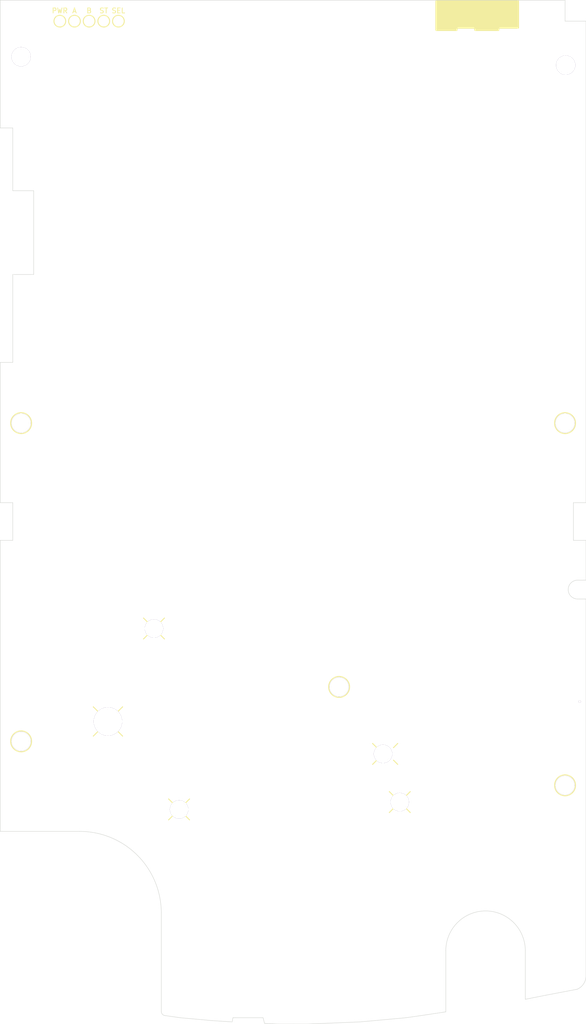
<source format=kicad_pcb>
(kicad_pcb
	(version 20240706)
	(generator "pcbnew")
	(generator_version "8.99")
	(general
		(thickness 1.6)
		(legacy_teardrops no)
	)
	(paper "A4")
	(layers
		(0 "F.Cu" signal)
		(31 "B.Cu" signal)
		(32 "B.Adhes" user "B.Adhesive")
		(33 "F.Adhes" user "F.Adhesive")
		(34 "B.Paste" user)
		(35 "F.Paste" user)
		(36 "B.SilkS" user "B.Silkscreen")
		(37 "F.SilkS" user "F.Silkscreen")
		(38 "B.Mask" user)
		(39 "F.Mask" user)
		(40 "Dwgs.User" user "User.Drawings")
		(41 "Cmts.User" user "User.Comments")
		(42 "Eco1.User" user "User.Eco1")
		(43 "Eco2.User" user "User.Eco2")
		(44 "Edge.Cuts" user)
		(45 "Margin" user)
		(46 "B.CrtYd" user "B.Courtyard")
		(47 "F.CrtYd" user "F.Courtyard")
		(48 "B.Fab" user)
		(49 "F.Fab" user)
		(50 "User.1" auxiliary)
		(51 "User.2" auxiliary)
		(52 "User.3" auxiliary)
		(53 "User.4" auxiliary)
		(54 "User.5" auxiliary)
		(55 "User.6" auxiliary)
		(56 "User.7" auxiliary)
		(57 "User.8" auxiliary)
		(58 "User.9" auxiliary)
	)
	(setup
		(pad_to_mask_clearance 0)
		(allow_soldermask_bridges_in_footprints no)
		(tenting front back)
		(pcbplotparams
			(layerselection 0x00010fc_ffffffff)
			(plot_on_all_layers_selection 0x0000000_00000000)
			(disableapertmacros no)
			(usegerberextensions no)
			(usegerberattributes yes)
			(usegerberadvancedattributes yes)
			(creategerberjobfile yes)
			(dashed_line_dash_ratio 12.000000)
			(dashed_line_gap_ratio 3.000000)
			(svgprecision 4)
			(plotframeref no)
			(mode 1)
			(useauxorigin no)
			(hpglpennumber 1)
			(hpglpenspeed 20)
			(hpglpendiameter 15.000000)
			(pdf_front_fp_property_popups yes)
			(pdf_back_fp_property_popups yes)
			(pdf_metadata yes)
			(dxfpolygonmode yes)
			(dxfimperialunits yes)
			(dxfusepcbnewfont yes)
			(psnegative no)
			(psa4output no)
			(plotinvisibletext no)
			(sketchpadsonfab no)
			(plotpadnumbers no)
			(hidednponfab no)
			(sketchdnponfab yes)
			(crossoutdnponfab yes)
			(subtractmaskfromsilk no)
			(outputformat 1)
			(mirror no)
			(drillshape 1)
			(scaleselection 1)
			(outputdirectory "")
		)
	)
	(net 0 "")
	(gr_line
		(start 54.74071 32.18309)
		(end 54.71214 32.24023)
		(stroke
			(width 0.1)
			(type solid)
		)
		(layer "F.SilkS")
		(uuid "01d9d826-df11-446b-b8b3-ccee91163bea")
	)
	(gr_line
		(start 52.605 32.29737)
		(end 52.805 31.69737)
		(stroke
			(width 0.1)
			(type solid)
		)
		(layer "F.SilkS")
		(uuid "04b6b21d-7a1d-4b7b-b8cc-583a66879cde")
	)
	(gr_line
		(start 55.93357 31.75451)
		(end 55.96214 31.72594)
		(stroke
			(width 0.1)
			(type solid)
		)
		(layer "F.SilkS")
		(uuid "04e6faa1-15dc-43c6-a555-f448293adb84")
	)
	(gr_line
		(start 54.59786 31.98309)
		(end 54.68357 32.01166)
		(stroke
			(width 0.1)
			(type solid)
		)
		(layer "F.SilkS")
		(uuid "056bb662-84e7-4dbe-8689-3389389280f5")
	)
	(gr_line
		(start 54.71214 31.81166)
		(end 54.71214 31.8688)
		(stroke
			(width 0.1)
			(type solid)
		)
		(layer "F.SilkS")
		(uuid "064dfb07-1a36-42ae-91f8-e76286e8162f")
	)
	(gr_circle
		(center 58.055 33.275)
		(end 58.755 33.275)
		(stroke
			(width 0.12)
			(type solid)
		)
		(fill none)
		(layer "F.SilkS")
		(uuid "06cac459-1e1b-45ea-863a-c926d6687552")
	)
	(gr_line
		(start 50.54071 31.98309)
		(end 50.48357 32.01166)
		(stroke
			(width 0.1)
			(type solid)
		)
		(layer "F.SilkS")
		(uuid "09f0847d-d611-44ad-8a2b-bc8af32b9cd3")
	)
	(gr_line
		(start 88.43 122.025)
		(end 88.93 121.525)
		(stroke
			(width 0.12)
			(type solid)
		)
		(layer "F.SilkS")
		(uuid "106cb745-dad5-423b-91ba-cc7d2d5ee5ea")
	)
	(gr_line
		(start 64.555 126.65)
		(end 64.055 126.15)
		(stroke
			(width 0.12)
			(type solid)
		)
		(layer "F.SilkS")
		(uuid "11e90b7e-3d4d-4d8b-9adb-409424ed405c")
	)
	(gr_line
		(start 55.93357 31.92594)
		(end 55.905 31.8688)
		(stroke
			(width 0.1)
			(type solid)
		)
		(layer "F.SilkS")
		(uuid "127b3c94-bfbb-4bc1-bb83-d3735dd03de3")
	)
	(gr_line
		(start 56.01929 31.69737)
		(end 56.16214 31.69737)
		(stroke
			(width 0.1)
			(type solid)
		)
		(layer "F.SilkS")
		(uuid "13e21c10-0773-49e8-9efc-1234008f5cc8")
	)
	(gr_line
		(start 90.43 127.775)
		(end 90.93 127.275)
		(stroke
			(width 0.12)
			(type solid)
		)
		(layer "F.SilkS")
		(uuid "16c728de-12a2-4955-844e-f6278f583080")
	)
	(gr_line
		(start 55.905 32.2688)
		(end 55.99071 32.29737)
		(stroke
			(width 0.1)
			(type solid)
		)
		(layer "F.SilkS")
		(uuid "1acb23a1-35de-4431-aec6-6190d2f8bca5")
	)
	(gr_line
		(start 52.66214 32.12594)
		(end 52.94786 32.12594)
		(stroke
			(width 0.1)
			(type solid)
		)
		(layer "F.SilkS")
		(uuid "1d7af04c-8ebb-4e3a-a45f-55350973b091")
	)
	(gr_line
		(start 57.71214 32.18309)
		(end 57.71214 32.12594)
		(stroke
			(width 0.1)
			(type solid)
		)
		(layer "F.SilkS")
		(uuid "2038ea2a-8fb6-4806-b306-a609a015c531")
	)
	(gr_circle
		(center 46.43 119.275)
		(end 47.68 119.275)
		(stroke
			(width 0.12)
			(type solid)
		)
		(fill none)
		(layer "F.SilkS")
		(uuid "20ac2b18-6413-44c9-84f3-f69ccaf3cd8d")
	)
	(gr_line
		(start 57.39786 31.75451)
		(end 57.42643 31.72594)
		(stroke
			(width 0.1)
			(type solid)
		)
		(layer "F.SilkS")
		(uuid "21c55e0f-fed6-41db-bc38-061c5d46ab7c")
	)
	(gr_line
		(start 57.96929 32.29737)
		(end 57.96929 31.69737)
		(stroke
			(width 0.1)
			(type solid)
		)
		(layer "F.SilkS")
		(uuid "24a306b8-632c-4981-a37e-6b352347c9f5")
	)
	(gr_line
		(start 58.51214 32.29737)
		(end 58.51214 31.69737)
		(stroke
			(width 0.1)
			(type solid)
		)
		(layer "F.SilkS")
		(uuid "26edba66-e9d1-497b-b3fe-0fd80102dee8")
	)
	(gr_line
		(start 55.055 118.65)
		(end 55.555 118.15)
		(stroke
			(width 0.12)
			(type solid)
		)
		(layer "F.SilkS")
		(uuid "2843254c-6e4c-4635-9864-2c5b5b907701")
	)
	(gr_line
		(start 50.56929 31.95451)
		(end 50.54071 31.98309)
		(stroke
			(width 0.1)
			(type solid)
		)
		(layer "F.SilkS")
		(uuid "28ed34bf-6dbd-43e8-836b-20c71331145a")
	)
	(gr_line
		(start 54.62643 32.29737)
		(end 54.39786 32.29737)
		(stroke
			(width 0.1)
			(type solid)
		)
		(layer "F.SilkS")
		(uuid "2910cc50-70a9-40fa-b521-bf539e4c8394")
	)
	(gr_line
		(start 56.13357 32.01166)
		(end 56.01929 31.98309)
		(stroke
			(width 0.1)
			(type solid)
		)
		(layer "F.SilkS")
		(uuid "29a6c078-362f-403c-8aa6-70f536803a61")
	)
	(gr_line
		(start 51.855 31.95451)
		(end 51.82643 31.98309)
		(stroke
			(width 0.1)
			(type solid)
		)
		(layer "F.SilkS")
		(uuid "2ab30043-94f0-473c-a9ab-5efaaf3c1870")
	)
	(gr_line
		(start 55.055 115.15)
		(end 55.555 115.65)
		(stroke
			(width 0.12)
			(type solid)
		)
		(layer "F.SilkS")
		(uuid "2c8728c4-c6b9-4ef9-bcf7-eea8a748a9ca")
	)
	(gr_line
		(start 57.62643 31.69737)
		(end 57.71214 31.72594)
		(stroke
			(width 0.1)
			(type solid)
		)
		(layer "F.SilkS")
		(uuid "3132115d-e5d4-4161-9d05-3b55a7605013")
	)
	(gr_line
		(start 54.74071 32.09737)
		(end 54.74071 32.18309)
		(stroke
			(width 0.1)
			(type solid)
		)
		(layer "F.SilkS")
		(uuid "342a05cb-0545-4e06-b3e1-7c584b3ce359")
	)
	(gr_circle
		(center 111.43 81.275)
		(end 112.68 81.275)
		(stroke
			(width 0.12)
			(type solid)
		)
		(fill none)
		(layer "F.SilkS")
		(uuid "344e1a59-0b11-4805-bdfe-cb35f912e256")
	)
	(gr_line
		(start 57.96929 31.69737)
		(end 58.255 31.69737)
		(stroke
			(width 0.1)
			(type solid)
		)
		(layer "F.SilkS")
		(uuid "344e7b03-6feb-49c4-9e0d-3c698f5042b0")
	)
	(gr_line
		(start 56.21929 32.24023)
		(end 56.24786 32.18309)
		(stroke
			(width 0.1)
			(type solid)
		)
		(layer "F.SilkS")
		(uuid "3567287d-4440-4068-a50c-596704198312")
	)
	(gr_line
		(start 55.96214 31.72594)
		(end 56.01929 31.69737)
		(stroke
			(width 0.1)
			(type solid)
		)
		(layer "F.SilkS")
		(uuid "36ac370c-b7fe-4a66-b59a-3999b6e24135")
	)
	(gr_line
		(start 55.99071 32.29737)
		(end 56.13357 32.29737)
		(stroke
			(width 0.1)
			(type solid)
		)
		(layer "F.SilkS")
		(uuid "36b64e5c-6056-4b3e-8bbb-d8caa04f11d3")
	)
	(gr_line
		(start 57.48357 31.98309)
		(end 57.42643 31.95451)
		(stroke
			(width 0.1)
			(type solid)
		)
		(layer "F.SilkS")
		(uuid "3919045b-f1ad-4b12-b826-dd073a93e95e")
	)
	(gr_line
		(start 54.71214 32.04023)
		(end 54.74071 32.09737)
		(stroke
			(width 0.1)
			(type solid)
		)
		(layer "F.SilkS")
		(uuid "39291522-6267-4dec-85a2-06b2a3565c81")
	)
	(gr_line
		(start 57.36929 31.8688)
		(end 57.36929 31.81166)
		(stroke
			(width 0.1)
			(type solid)
		)
		(layer "F.SilkS")
		(uuid "3c744173-0146-4f41-b35c-4ebec8d2d547")
	)
	(gr_line
		(start 51.76929 32.01166)
		(end 51.54071 32.01166)
		(stroke
			(width 0.1)
			(type solid)
		)
		(layer "F.SilkS")
		(uuid "428f2b47-fc8e-4fe5-aa9d-a1a60b262661")
	)
	(gr_line
		(start 57.68357 32.24023)
		(end 57.71214 32.18309)
		(stroke
			(width 0.1)
			(type solid)
		)
		(layer "F.SilkS")
		(uuid "44906f27-7281-4a1f-9473-9e41865c5865")
	)
	(gr_line
		(start 56.16214 31.69737)
		(end 56.24786 31.72594)
		(stroke
			(width 0.1)
			(type solid)
		)
		(layer "F.SilkS")
		(uuid "46c1f2b4-725f-4e0d-9853-d0d732fe6010")
	)
	(gr_line
		(start 56.13357 32.29737)
		(end 56.19071 32.2688)
		(stroke
			(width 0.1)
			(type solid)
		)
		(layer "F.SilkS")
		(uuid "47f05963-1527-4ca8-9ec1-80c60d67fb7a")
	)
	(gr_line
		(start 54.59786 31.69737)
		(end 54.655 31.72594)
		(stroke
			(width 0.1)
			(type solid)
		)
		(layer "F.SilkS")
		(uuid "4c29f75c-0b45-484d-9815-03007b6a7eb6")
	)
	(gr_line
		(start 56.19071 32.04023)
		(end 56.13357 32.01166)
		(stroke
			(width 0.1)
			(type solid)
		)
		(layer "F.SilkS")
		(uuid "4ec31da0-bd1b-4c82-83f0-787dab8551b9")
	)
	(gr_line
		(start 66.555 128.65)
		(end 66.055 128.15)
		(stroke
			(width 0.12)
			(type solid)
		)
		(layer "F.SilkS")
		(uuid "53d2a911-ec12-44b8-b441-23dbb05fa742")
	)
	(gr_circle
		(center 54.555 33.275)
		(end 55.255 33.275)
		(stroke
			(width 0.12)
			(type solid)
		)
		(fill none)
		(layer "F.SilkS")
		(uuid "53f539d4-cf6a-492c-89d8-f684be36ef36")
	)
	(gr_line
		(start 52.805 31.69737)
		(end 53.005 32.29737)
		(stroke
			(width 0.1)
			(type solid)
		)
		(layer "F.SilkS")
		(uuid "54486ed4-3027-4e13-b408-e325323b1a24")
	)
	(gr_line
		(start 51.88357 32.29737)
		(end 51.68357 32.01166)
		(stroke
			(width 0.1)
			(type solid)
		)
		(layer "F.SilkS")
		(uuid "57049737-02b6-4167-aaa1-5e5d53af3eb7")
	)
	(gr_circle
		(center 111.43 124.525)
		(end 112.68 124.525)
		(stroke
			(width 0.12)
			(type solid)
		)
		(fill none)
		(layer "F.SilkS")
		(uuid "587ea07a-cbf9-480f-881d-e0280b9360b0")
	)
	(gr_line
		(start 57.42643 31.95451)
		(end 57.39786 31.92594)
		(stroke
			(width 0.1)
			(type solid)
		)
		(layer "F.SilkS")
		(uuid "5b4ea581-3ca2-48df-9151-2b8d2b6279a1")
	)
	(gr_line
		(start 54.39786 32.29737)
		(end 54.39786 31.69737)
		(stroke
			(width 0.1)
			(type solid)
		)
		(layer "F.SilkS")
		(uuid "5eee7d9a-ef15-475b-9a89-6f594c058841")
	)
	(gr_line
		(start 51.855 31.75451)
		(end 51.88357 31.81166)
		(stroke
			(width 0.1)
			(type solid)
		)
		(layer "F.SilkS")
		(uuid "5fd86edd-3e69-47ba-aa0a-158304e24131")
	)
	(gr_line
		(start 91.43 119.525)
		(end 90.93 120.025)
		(stroke
			(width 0.12)
			(type solid)
		)
		(layer "F.SilkS")
		(uuid "61a08428-7383-4332-91da-30d209ca3445")
	)
	(gr_line
		(start 57.455 32.29737)
		(end 57.59786 32.29737)
		(stroke
			(width 0.1)
			(type solid)
		)
		(layer "F.SilkS")
		(uuid "61c4fe47-d331-4d9c-b219-75e7a12338f3")
	)
	(gr_line
		(start 54.71214 32.24023)
		(end 54.68357 32.2688)
		(stroke
			(width 0.1)
			(type solid)
		)
		(layer "F.SilkS")
		(uuid "64738462-470e-428c-9285-f5531546ce5c")
	)
	(gr_line
		(start 63.555 107.05)
		(end 63.055 106.55)
		(stroke
			(width 0.12)
			(type solid)
		)
		(layer "F.SilkS")
		(uuid "65713e46-d8d3-4e77-acb6-270973353d2b")
	)
	(gr_line
		(start 51.16929 32.29737)
		(end 51.31214 31.69737)
		(stroke
			(width 0.1)
			(type solid)
		)
		(layer "F.SilkS")
		(uuid "69f0e464-088b-4cdf-8dbd-5eeff90a97d2")
	)
	(gr_line
		(start 57.59786 32.01166)
		(end 57.48357 31.98309)
		(stroke
			(width 0.1)
			(type solid)
		)
		(layer "F.SilkS")
		(uuid "6ebd274c-e1f3-4f6d-b568-0f848ef65003")
	)
	(gr_line
		(start 55.905 31.81166)
		(end 55.93357 31.75451)
		(stroke
			(width 0.1)
			(type solid)
		)
		(layer "F.SilkS")
		(uuid "6f6b7252-7e51-4f41-96c7-25176a5c4055")
	)
	(gr_line
		(start 51.76929 31.69737)
		(end 51.82643 31.72594)
		(stroke
			(width 0.1)
			(type solid)
		)
		(layer "F.SilkS")
		(uuid "71c41e7e-eb19-4995-88ca-547279afa38b")
	)
	(gr_line
		(start 90.93 125.775)
		(end 90.43 125.275)
		(stroke
			(width 0.12)
			(type solid)
		)
		(layer "F.SilkS")
		(uuid "740e2aab-b2c0-4555-a78e-d2d14f04a9cc")
	)
	(gr_line
		(start 54.59786 31.98309)
		(end 54.39786 31.98309)
		(stroke
			(width 0.1)
			(type solid)
		)
		(layer "F.SilkS")
		(uuid "7932fa01-fc98-48f4-a204-5dc3802bc056")
	)
	(gr_line
		(start 92.93 127.775)
		(end 92.43 127.275)
		(stroke
			(width 0.12)
			(type solid)
		)
		(layer "F.SilkS")
		(uuid "7cab9af9-777e-42f9-bfec-058a221a3c5c")
	)
	(gr_line
		(start 54.68357 31.75451)
		(end 54.71214 31.81166)
		(stroke
			(width 0.1)
			(type solid)
		)
		(layer "F.SilkS")
		(uuid "82c33f41-cb5a-47d0-9845-feef3aa552e5")
	)
	(gr_line
		(start 57.655 32.04023)
		(end 57.59786 32.01166)
		(stroke
			(width 0.1)
			(type solid)
		)
		(layer "F.SilkS")
		(uuid "8bdd30c7-0bcd-4afd-b5a1-d40cd339ba60")
	)
	(gr_line
		(start 57.48357 31.69737)
		(end 57.62643 31.69737)
		(stroke
			(width 0.1)
			(type solid)
		)
		(layer "F.SilkS")
		(uuid "8c0f475c-37b5-4c4f-b150-b120b87503de")
	)
	(gr_line
		(start 55.96214 31.95451)
		(end 55.93357 31.92594)
		(stroke
			(width 0.1)
			(type solid)
		)
		(layer "F.SilkS")
		(uuid "8ecd0253-1a98-4af3-a99b-45cfeabe660d")
	)
	(gr_line
		(start 50.48357 32.01166)
		(end 50.255 32.01166)
		(stroke
			(width 0.1)
			(type solid)
		)
		(layer "F.SilkS")
		(uuid "9204edfd-4fc5-4ea7-9dab-9d1ce528aded")
	)
	(gr_line
		(start 66.555 126.15)
		(end 66.055 126.65)
		(stroke
			(width 0.12)
			(type solid)
		)
		(layer "F.SilkS")
		(uuid "93cd09ac-c729-4579-a952-03f4d54d1929")
	)
	(gr_poly
		(pts
			(xy 105.87212 30.795) (xy 105.91861 30.84866) (xy 105.93 30.901) (xy 105.93 34.049) (xy 105.91 34.11712)
			(xy 105.85634 34.16361) (xy 105.804 34.175) (xy 103.58 34.175) (xy 103.58 34.324) (xy 103.56 34.39212)
			(xy 103.50634 34.43861) (xy 103.454 34.45) (xy 100.706 34.45) (xy 100.63788 34.43) (xy 100.59139 34.37634)
			(xy 100.58 34.324) (xy 100.58 34.175) (xy 98.58 34.175) (xy 98.58 34.324) (xy 98.56 34.39212) (xy 98.50634 34.43861)
			(xy 98.454 34.45) (xy 96.056 34.45) (xy 95.98788 34.43) (xy 95.94139 34.37634) (xy 95.93 34.324)
			(xy 95.93 30.901) (xy 95.95 30.83288) (xy 96.00366 30.78639) (xy 96.056 30.775) (xy 105.804 30.775)
		)
		(stroke
			(width 0)
			(type solid)
		)
		(fill solid)
		(layer "F.SilkS")
		(uuid "943a802b-955a-4520-9e9b-a4347f3ed1c0")
	)
	(gr_line
		(start 88.93 120.025)
		(end 88.43 119.525)
		(stroke
			(width 0.12)
			(type solid)
		)
		(layer "F.SilkS")
		(uuid "97241d96-ba22-4f9f-8dd1-e4db0d6c4bc6")
	)
	(gr_line
		(start 51.54071 32.29737)
		(end 51.54071 31.69737)
		(stroke
			(width 0.1)
			(type solid)
		)
		(layer "F.SilkS")
		(uuid "97dd44dc-6060-40f9-8d83-40ffae66212b")
	)
	(gr_line
		(start 54.655 31.72594)
		(end 54.68357 31.75451)
		(stroke
			(width 0.1)
			(type solid)
		)
		(layer "F.SilkS")
		(uuid "9862aa4a-d43d-4d6e-909c-48626d5ccf16")
	)
	(gr_line
		(start 54.71214 31.8688)
		(end 54.68357 31.92594)
		(stroke
			(width 0.1)
			(type solid)
		)
		(layer "F.SilkS")
		(uuid "9946972b-cc2e-4651-a1d2-9f0efc0afd4d")
	)
	(gr_line
		(start 51.82643 31.72594)
		(end 51.855 31.75451)
		(stroke
			(width 0.1)
			(type solid)
		)
		(layer "F.SilkS")
		(uuid "9a800c60-5d44-4f36-b30b-513fe9e2360d")
	)
	(gr_line
		(start 56.01929 31.98309)
		(end 55.96214 31.95451)
		(stroke
			(width 0.1)
			(type solid)
		)
		(layer "F.SilkS")
		(uuid "9afedb25-fbbc-4da0-a5e7-501519d03802")
	)
	(gr_line
		(start 56.21929 32.0688)
		(end 56.19071 32.04023)
		(stroke
			(width 0.1)
			(type solid)
		)
		(layer "F.SilkS")
		(uuid "9bbb6b29-a7de-4f43-950d-c4513f4db700")
	)
	(gr_line
		(start 58.055 118.15)
		(end 58.555 118.65)
		(stroke
			(width 0.12)
			(type solid)
		)
		(layer "F.SilkS")
		(uuid "9c056a17-fa37-4a72-bdc4-d1f0a571aee2")
	)
	(gr_line
		(start 54.655 31.95451)
		(end 54.59786 31.98309)
		(stroke
			(width 0.1)
			(type solid)
		)
		(layer "F.SilkS")
		(uuid "9f825e64-4691-4a65-ad19-6f2959b6a8be")
	)
	(gr_line
		(start 57.59786 32.29737)
		(end 57.655 32.2688)
		(stroke
			(width 0.1)
			(type solid)
		)
		(layer "F.SilkS")
		(uuid "a4b09fbf-1b8e-44e6-978e-fe11cad6076e")
	)
	(gr_line
		(start 51.88357 31.89737)
		(end 51.855 31.95451)
		(stroke
			(width 0.1)
			(type solid)
		)
		(layer "F.SilkS")
		(uuid "aa3ac893-fd04-4e5e-8667-a93c5a46c5f3")
	)
	(gr_line
		(start 57.96929 31.98309)
		(end 58.16929 31.98309)
		(stroke
			(width 0.1)
			(type solid)
		)
		(layer "F.SilkS")
		(uuid "ab9ee849-d5ff-4757-8e52-a1412b919614")
	)
	(gr_line
		(start 58.79786 32.29737)
		(end 58.51214 32.29737)
		(stroke
			(width 0.1)
			(type solid)
		)
		(layer "F.SilkS")
		(uuid "ade19e3c-5fa3-447c-94f3-08dbdb0f7ed3")
	)
	(gr_circle
		(center 84.43 112.775)
		(end 85.68 112.775)
		(stroke
			(width 0.12)
			(type solid)
		)
		(fill none)
		(layer "F.SilkS")
		(uuid "afa5f601-de64-4aec-afae-e0bb6c3f7b21")
	)
	(gr_line
		(start 57.36929 31.81166)
		(end 57.39786 31.75451)
		(stroke
			(width 0.1)
			(type solid)
		)
		(layer "F.SilkS")
		(uuid "b0607cc2-4be4-49a5-a2e3-878e13c05f19")
	)
	(gr_line
		(start 51.82643 31.98309)
		(end 51.76929 32.01166)
		(stroke
			(width 0.1)
			(type solid)
		)
		(layer "F.SilkS")
		(uuid "b0925130-78c3-4d97-8771-0da4192deed6")
	)
	(gr_line
		(start 54.68357 31.92594)
		(end 54.655 31.95451)
		(stroke
			(width 0.1)
			(type solid)
		)
		(layer "F.SilkS")
		(uuid "b2486d29-98c5-421e-a235-38d8570f3141")
	)
	(gr_line
		(start 54.68357 32.2688)
		(end 54.62643 32.29737)
		(stroke
			(width 0.1)
			(type solid)
		)
		(layer "F.SilkS")
		(uuid "b684594c-113f-4453-8244-235b8e557fc4")
	)
	(gr_line
		(start 58.255 32.29737)
		(end 57.96929 32.29737)
		(stroke
			(width 0.1)
			(type solid)
		)
		(layer "F.SilkS")
		(uuid "b7a97f4d-57e4-4fcf-a362-a838e6534057")
	)
	(gr_line
		(start 58.555 115.15)
		(end 58.055 115.65)
		(stroke
			(width 0.12)
			(type solid)
		)
		(layer "F.SilkS")
		(uuid "b87ee4ef-1c0e-4226-85f9-5e91ac23fe02")
	)
	(gr_circle
		(center 52.805 33.275)
		(end 53.505 33.275)
		(stroke
			(width 0.12)
			(type solid)
		)
		(fill none)
		(layer "F.SilkS")
		(uuid "b9e232e2-7960-4c3a-9e6e-ef5ba906a115")
	)
	(gr_line
		(start 50.54071 31.72594)
		(end 50.56929 31.75451)
		(stroke
			(width 0.1)
			(type solid)
		)
		(layer "F.SilkS")
		(uuid "ba81d4b8-27b2-4362-886d-eef84d344b33")
	)
	(gr_line
		(start 51.54071 31.69737)
		(end 51.76929 31.69737)
		(stroke
			(width 0.1)
			(type solid)
		)
		(layer "F.SilkS")
		(uuid "c0057624-6a1d-4139-ad82-f89ce1670885")
	)
	(gr_line
		(start 57.39786 31.92594)
		(end 57.36929 31.8688)
		(stroke
			(width 0.1)
			(type solid)
		)
		(layer "F.SilkS")
		(uuid "c1cd3f36-ada0-4ac0-9226-5ac036d1a756")
	)
	(gr_line
		(start 50.59786 31.81166)
		(end 50.59786 31.89737)
		(stroke
			(width 0.1)
			(type solid)
		)
		(layer "F.SilkS")
		(uuid "c621a05b-45ec-4424-86e9-4fb5a22f8aaa")
	)
	(gr_line
		(start 50.94071 32.29737)
		(end 51.055 31.8688)
		(stroke
			(width 0.1)
			(type solid)
		)
		(layer "F.SilkS")
		(uuid "c77e67ad-df60-41e6-8328-28daa70d26fa")
	)
	(gr_line
		(start 54.68357 32.01166)
		(end 54.71214 32.04023)
		(stroke
			(width 0.1)
			(type solid)
		)
		(layer "F.SilkS")
		(uuid "caee6569-9713-4180-821e-9c86fe9995ab")
	)
	(gr_line
		(start 92.93 125.275)
		(end 92.43 125.775)
		(stroke
			(width 0.12)
			(type solid)
		)
		(layer "F.SilkS")
		(uuid "d136f8ef-b52f-41b1-8e42-892e6f6c5b5b")
	)
	(gr_line
		(start 57.71214 32.12594)
		(end 57.68357 32.0688)
		(stroke
			(width 0.1)
			(type solid)
		)
		(layer "F.SilkS")
		(uuid "d386df72-2df8-47f2-8f4f-790dd0c04347")
	)
	(gr_line
		(start 64.055 128.65)
		(end 64.555 128.15)
		(stroke
			(width 0.12)
			(type solid)
		)
		(layer "F.SilkS")
		(uuid "d4d94c94-cc8b-4176-b502-e3fcf2c4f8a5")
	)
	(gr_line
		(start 50.59786 31.89737)
		(end 50.56929 31.95451)
		(stroke
			(width 0.1)
			(type solid)
		)
		(layer "F.SilkS")
		(uuid "d5f62d38-6a74-4393-9e5f-a7d1f50bdb45")
	)
	(gr_line
		(start 56.59071 32.29737)
		(end 56.59071 31.69737)
		(stroke
			(width 0.1)
			(type solid)
		)
		(layer "F.SilkS")
		(uuid "d690beb5-b822-479f-8c0c-4937b6706e5c")
	)
	(gr_line
		(start 57.68357 32.0688)
		(end 57.655 32.04023)
		(stroke
			(width 0.1)
			(type solid)
		)
		(layer "F.SilkS")
		(uuid "d6bfc5ec-a242-4b05-9b6e-9836e08c2b9c")
	)
	(gr_line
		(start 50.255 31.69737)
		(end 50.48357 31.69737)
		(stroke
			(width 0.1)
			(type solid)
		)
		(layer "F.SilkS")
		(uuid "d841e367-49d1-413b-bc92-47526c555a1f")
	)
	(gr_line
		(start 50.79786 31.69737)
		(end 50.94071 32.29737)
		(stroke
			(width 0.1)
			(type solid)
		)
		(layer "F.SilkS")
		(uuid "d93625e2-7c4a-41c0-8b7d-e3f6de7f977d")
	)
	(gr_line
		(start 57.36929 32.2688)
		(end 57.455 32.29737)
		(stroke
			(width 0.1)
			(type solid)
		)
		(layer "F.SilkS")
		(uuid "de6bcd26-2605-48bd-8ff5-1ba0bfbf751f")
	)
	(gr_line
		(start 55.905 31.8688)
		(end 55.905 31.81166)
		(stroke
			(width 0.1)
			(type solid)
		)
		(layer "F.SilkS")
		(uuid "de99b751-6105-414c-b17f-0dc550116693")
	)
	(gr_circle
		(center 51.055 33.275)
		(end 51.755 33.275)
		(stroke
			(width 0.12)
			(type solid)
		)
		(fill none)
		(layer "F.SilkS")
		(uuid "dff4408e-66f1-4603-8038-52b232abe34d")
	)
	(gr_line
		(start 50.48357 31.69737)
		(end 50.54071 31.72594)
		(stroke
			(width 0.1)
			(type solid)
		)
		(layer "F.SilkS")
		(uuid "e32abf92-7b30-4bf9-ae5a-34023c4cecf9")
	)
	(gr_line
		(start 57.42643 31.72594)
		(end 57.48357 31.69737)
		(stroke
			(width 0.1)
			(type solid)
		)
		(layer "F.SilkS")
		(uuid "e361f110-91b4-4029-8e80-8b13acfd7bd4")
	)
	(gr_line
		(start 91.43 122.025)
		(end 90.93 121.525)
		(stroke
			(width 0.12)
			(type solid)
		)
		(layer "F.SilkS")
		(uuid "e5587954-77a5-4dd2-a106-710cc519d5e5")
	)
	(gr_line
		(start 51.88357 31.81166)
		(end 51.88357 31.89737)
		(stroke
			(width 0.1)
			(type solid)
		)
		(layer "F.SilkS")
		(uuid "e682873f-36a4-4c67-a2f4-e93093e281a6")
	)
	(gr_line
		(start 61.055 107.05)
		(end 61.555 106.55)
		(stroke
			(width 0.12)
			(type solid)
		)
		(layer "F.SilkS")
		(uuid "e6faa866-9140-48bc-a45d-23b7b7ce7d1e")
	)
	(gr_line
		(start 56.24786 32.12594)
		(end 56.21929 32.0688)
		(stroke
			(width 0.1)
			(type solid)
		)
		(layer "F.SilkS")
		(uuid "e9920329-0ba1-40fd-8a07-96c43e1ca998")
	)
	(gr_circle
		(center 56.305 33.275)
		(end 57.005 33.275)
		(stroke
			(width 0.12)
			(type solid)
		)
		(fill none)
		(layer "F.SilkS")
		(uuid "ea561537-aadf-42e4-9210-a90b35941fb3")
	)
	(gr_line
		(start 50.255 32.29737)
		(end 50.255 31.69737)
		(stroke
			(width 0.1)
			(type solid)
		)
		(layer "F.SilkS")
		(uuid "ec13b8e0-d245-4cd2-950b-6776480e8f57")
	)
	(gr_line
		(start 56.41929 31.69737)
		(end 56.76214 31.69737)
		(stroke
			(width 0.1)
			(type solid)
		)
		(layer "F.SilkS")
		(uuid "ed193409-6062-40c3-9ec9-784134dee727")
	)
	(gr_line
		(start 57.655 32.2688)
		(end 57.68357 32.24023)
		(stroke
			(width 0.1)
			(type solid)
		)
		(layer "F.SilkS")
		(uuid "eef0fd47-7ec5-407b-8dd8-044f6a4c1828")
	)
	(gr_line
		(start 56.24786 32.18309)
		(end 56.24786 32.12594)
		(stroke
			(width 0.1)
			(type solid)
		)
		(layer "F.SilkS")
		(uuid "ef9ea305-1f86-4985-9797-9913ff6866a0")
	)
	(gr_line
		(start 56.19071 32.2688)
		(end 56.21929 32.24023)
		(stroke
			(width 0.1)
			(type solid)
		)
		(layer "F.SilkS")
		(uuid "f2cd9b54-82e5-4e45-8446-1d5949f84f31")
	)
	(gr_line
		(start 51.055 31.8688)
		(end 51.16929 32.29737)
		(stroke
			(width 0.1)
			(type solid)
		)
		(layer "F.SilkS")
		(uuid "f318ebd3-6367-462f-b81e-c07e2451347e")
	)
	(gr_line
		(start 61.555 105.05)
		(end 61.055 104.55)
		(stroke
			(width 0.12)
			(type solid)
		)
		(layer "F.SilkS")
		(uuid "f3257d7c-37dc-4182-aebc-cf0dd30bd841")
	)
	(gr_line
		(start 50.56929 31.75451)
		(end 50.59786 31.81166)
		(stroke
			(width 0.1)
			(type solid)
		)
		(layer "F.SilkS")
		(uuid "f542e24b-1db8-4296-b49a-c8224bc922e3")
	)
	(gr_line
		(start 54.39786 31.69737)
		(end 54.59786 31.69737)
		(stroke
			(width 0.1)
			(type solid)
		)
		(layer "F.SilkS")
		(uuid "f55fa78c-1f14-4322-974d-01eb317840d7")
	)
	(gr_line
		(start 63.555 104.55)
		(end 63.055 105.05)
		(stroke
			(width 0.12)
			(type solid)
		)
		(layer "F.SilkS")
		(uuid "fc76ed5b-8854-4f66-ac79-08cac2811f9e")
	)
	(gr_circle
		(center 46.43 81.275)
		(end 47.68 81.275)
		(stroke
			(width 0.12)
			(type solid)
		)
		(fill none)
		(layer "F.SilkS")
		(uuid "fc8ce74e-d591-42d1-ac66-e710bc0764af")
	)
	(gr_poly
		(pts
			(xy 103.70474 118.5172) (xy 103.70474 118.81591) (xy 103.68176 119.25247) (xy 103.61283 119.59713)
			(xy 103.52092 119.89583) (xy 103.38306 120.14858) (xy 103.29115 120.3324) (xy 103.10733 120.53919)
			(xy 102.87756 120.76896) (xy 102.67077 120.90683) (xy 102.46397 121.02171) (xy 102.2342 121.11362)
			(xy 101.95848 121.18255) (xy 101.86657 120.95278) (xy 101.75168 120.60812) (xy 101.68275 120.30942)
			(xy 101.63679 120.05667) (xy 101.61382 119.78095) (xy 101.59084 118.63209) (xy 102.07336 118.60911)
			(xy 102.83161 118.54018) (xy 103.68176 118.31041)
		)
		(stroke
			(width 0)
			(type solid)
		)
		(fill solid)
		(layer "B.Mask")
		(uuid "03662494-dc66-45cc-9bb8-f33421e46b44")
	)
	(gr_poly
		(pts
			(xy 100.00542 118.54018) (xy 100.76366 118.60911) (xy 101.24619 118.63209) (xy 101.22321 119.78095)
			(xy 101.20023 120.05667) (xy 101.15428 120.30942) (xy 101.08534 120.60812) (xy 100.97046 120.95278)
			(xy 100.87855 121.18255) (xy 100.60282 121.11362) (xy 100.37305 121.02171) (xy 100.16626 120.90683)
			(xy 99.95946 120.76896) (xy 99.72969 120.53919) (xy 99.54588 120.3324) (xy 99.45397 120.14858) (xy 99.3161 119.89583)
			(xy 99.22419 119.59713) (xy 99.15526 119.25247) (xy 99.13229 118.81591) (xy 99.13229 118.5172) (xy 99.15526 118.31041)
		)
		(stroke
			(width 0)
			(type solid)
		)
		(fill solid)
		(layer "B.Mask")
		(uuid "05b4c8f8-1dd3-4965-8c6f-408fc91d8cee")
	)
	(gr_poly
		(pts
			(xy 84.20799 132.62328) (xy 84.24265 132.61814) (xy 84.27663 132.60963) (xy 84.30962 132.59782) (xy 84.34129 132.58285)
			(xy 84.37134 132.56483) (xy 84.39948 132.54396) (xy 84.42544 132.52044) (xy 84.44896 132.49448) (xy 84.46983 132.46634)
			(xy 84.48785 132.43629) (xy 84.50282 132.40462) (xy 84.51463 132.37163) (xy 84.52314 132.33765) (xy 84.52828 132.30299)
			(xy 84.53 132.268) (xy 84.53 131.282) (xy 84.52828 131.24701) (xy 84.52314 131.21235) (xy 84.51463 131.17837)
			(xy 84.50282 131.14538) (xy 84.48785 131.11371) (xy 84.46983 131.08366) (xy 84.44896 131.05552) (xy 84.42544 131.02956)
			(xy 84.39948 131.00604) (xy 84.37134 130.98517) (xy 84.34129 130.96715) (xy 84.30962 130.95218) (xy 84.27663 130.94037)
			(xy 84.24265 130.93186) (xy 84.20799 130.92672) (xy 84.173 130.925) (xy 83.187 130.925) (xy 83.15201 130.92672)
			(xy 83.11735 130.93186) (xy 83.08337 130.94037) (xy 83.05038 130.95218) (xy 83.01871 130.96715) (xy 82.98866 130.98517)
			(xy 82.96052 131.00604) (xy 82.93456 131.02956) (xy 82.91104 131.05552) (xy 82.89017 131.08366) (xy 82.87215 131.11371)
			(xy 82.85718 131.14538) (xy 82.84537 131.17837) (xy 82.83686 131.21235) (xy 82.83172 131.24701) (xy 82.83 131.282)
			(xy 82.83 132.268) (xy 82.83172 132.30299) (xy 82.83686 132.33765) (xy 82.84537 132.37163) (xy 82.85718 132.40462)
			(xy 82.87215 132.43629) (xy 82.89017 132.46634) (xy 82.91104 132.49448) (xy 82.93456 132.52044) (xy 82.96052 132.54396)
			(xy 82.98866 132.56483) (xy 83.01871 132.58285) (xy 83.05038 132.59782) (xy 83.08337 132.60963) (xy 83.11735 132.61814)
			(xy 83.15201 132.62328) (xy 83.187 132.625) (xy 84.173 132.625)
		)
		(stroke
			(width 0)
			(type solid)
		)
		(fill solid)
		(layer "B.Mask")
		(uuid "06cc2903-2e99-4f01-8150-7d35ee224c56")
	)
	(gr_poly
		(pts
			(xy 100.99344 101.09722) (xy 101.10832 101.44188) (xy 101.17725 101.74058) (xy 101.22321 101.99333)
			(xy 101.24619 102.26905) (xy 101.26916 103.41791) (xy 100.78664 103.44089) (xy 100.02839 103.50982)
			(xy 99.17824 103.73959) (xy 99.15526 103.5328) (xy 99.15526 103.23409) (xy 99.17824 102.79753) (xy 99.24717 102.45287)
			(xy 99.33908 102.15417) (xy 99.47694 101.90142) (xy 99.56885 101.7176) (xy 99.75267 101.51081) (xy 99.98244 101.28104)
			(xy 100.18924 101.14318) (xy 100.39603 101.02829) (xy 100.6258 100.93638) (xy 100.90153 100.86745)
		)
		(stroke
			(width 0)
			(type solid)
		)
		(fill solid)
		(layer "B.Mask")
		(uuid "08be357c-98f3-48bd-b371-84e6b952dbd1")
	)
	(gr_poly
		(pts
			(xy 87.73 136.275) (xy 86.63 136.275) (xy 86.63 135.275) (xy 87.73 135.275)
		)
		(stroke
			(width 0)
			(type solid)
		)
		(fill solid)
		(layer "B.Mask")
		(uuid "0af492bc-95de-424e-a974-68b1300b478c")
	)
	(gr_poly
		(pts
			(xy 63.30959 113.34255) (xy 63.31452 113.34181) (xy 63.31936 113.3406) (xy 63.32405 113.33892) (xy 63.32856 113.33679)
			(xy 63.33283 113.33423) (xy 63.33684 113.33126) (xy 63.34053 113.32791) (xy 63.34388 113.32422) (xy 63.34685 113.32021)
			(xy 63.34941 113.31594) (xy 63.35154 113.31143) (xy 63.35322 113.30674) (xy 63.35443 113.3019) (xy 63.35517 113.29697)
			(xy 63.35541 113.29199) (xy 63.35541 112.14313) (xy 63.35517 112.13815) (xy 63.35443 112.13322) (xy 63.35322 112.12838)
			(xy 63.35154 112.12369) (xy 63.34941 112.11918) (xy 63.34685 112.11491) (xy 63.34388 112.1109) (xy 63.34053 112.10721)
			(xy 63.33684 112.10386) (xy 63.33283 112.10089) (xy 63.32856 112.09833) (xy 63.32405 112.0962) (xy 63.31936 112.09452)
			(xy 63.31452 112.09331) (xy 63.30959 112.09257) (xy 63.30461 112.09233) (xy 62.73019 112.09233) (xy 62.72521 112.09257)
			(xy 62.72028 112.09331) (xy 62.71544 112.09452) (xy 62.71075 112.0962) (xy 62.70624 112.09833) (xy 62.70197 112.10089)
			(xy 62.69796 112.10386) (xy 62.69427 112.10721) (xy 62.69092 112.1109) (xy 62.68795 112.11491) (xy 62.68539 112.11918)
			(xy 62.68326 112.12369) (xy 62.68158 112.12838) (xy 62.68037 112.13322) (xy 62.67963 112.13815) (xy 62.67939 112.14313)
			(xy 62.67939 113.29199) (xy 62.67963 113.29697) (xy 62.68037 113.3019) (xy 62.68158 113.30674) (xy 62.68326 113.31143)
			(xy 62.68539 113.31594) (xy 62.68795 113.32021) (xy 62.69092 113.32422) (xy 62.69427 113.32791) (xy 62.69796 113.33126)
			(xy 62.70197 113.33423) (xy 62.70624 113.33679) (xy 62.71075 113.33892) (xy 62.71544 113.3406) (xy 62.72028 113.34181)
			(xy 62.72521 113.34255) (xy 62.73019 113.34279) (xy 63.30461 113.34279)
		)
		(stroke
			(width 0)
			(type solid)
		)
		(fill solid)
		(layer "B.Mask")
		(uuid "0bd9bace-a665-4c67-b96c-8cd20039684f")
	)
	(gr_poly
		(pts
			(xy 52.13449 111.89694) (xy 52.13942 111.8962) (xy 52.14093 111.89582) (xy 52.14094 111.89588) (xy 52.70065 111.76667)
			(xy 52.70063 111.76661) (xy 52.70397 111.76578) (xy 52.70866 111.7641) (xy 52.71317 111.76197) (xy 52.71744 111.75941)
			(xy 52.72145 111.75644) (xy 52.72514 111.75309) (xy 52.72849 111.7494) (xy 52.73146 111.74539) (xy 52.73402 111.74112)
			(xy 52.73615 111.73661) (xy 52.73783 111.73192) (xy 52.73904 111.72708) (xy 52.73978 111.72215) (xy 52.74002 111.71717)
			(xy 52.73978 111.71219) (xy 52.73904 111.70726) (xy 52.73866 111.70575) (xy 52.73872 111.70574) (xy 52.48029 110.58634)
			(xy 52.48023 110.58636) (xy 52.4794 110.58301) (xy 52.47772 110.57832) (xy 52.47559 110.57381) (xy 52.47303 110.56954)
			(xy 52.47006 110.56553) (xy 52.46671 110.56184) (xy 52.46302 110.55849) (xy 52.45901 110.55552) (xy 52.45474 110.55296)
			(xy 52.45023 110.55083) (xy 52.44554 110.54915) (xy 52.4407 110.54794) (xy 52.43577 110.5472) (xy 52.43079 110.54696)
			(xy 52.42581 110.5472) (xy 52.42088 110.54794) (xy 52.41937 110.54832) (xy 52.41936 110.54826) (xy 51.85965 110.67747)
			(xy 51.85967 110.67753) (xy 51.85633 110.67836) (xy 51.85164 110.68004) (xy 51.84713 110.68217) (xy 51.84286 110.68473)
			(xy 51.83885 110.6877) (xy 51.83516 110.69105) (xy 51.83181 110.69474) (xy 51.82884 110.69875) (xy 51.82628 110.70302)
			(xy 51.82415 110.70753) (xy 51.82247 110.71222) (xy 51.82126 110.71706) (xy 51.82052 110.72199) (xy 51.82028 110.72697)
			(xy 51.82052 110.73195) (xy 51.82126 110.73688) (xy 51.82164 110.73839) (xy 51.82158 110.7384) (xy 52.08001 111.8578)
			(xy 52.08007 111.85778) (xy 52.0809 111.86113) (xy 52.08258 111.86582) (xy 52.08471 111.87033) (xy 52.08727 111.8746)
			(xy 52.09024 111.87861) (xy 52.09359 111.8823) (xy 52.09728 111.88565) (xy 52.10129 111.88862) (xy 52.10556 111.89118)
			(xy 52.11007 111.89331) (xy 52.11476 111.89499) (xy 52.1196 111.8962) (xy 52.12453 111.89694) (xy 52.12951 111.89718)
		)
		(stroke
			(width 0)
			(type solid)
		)
		(fill solid)
		(layer "B.Mask")
		(uuid "10a6b34d-f09a-4ffe-adee-8f93f494e853")
	)
	(gr_poly
		(pts
			(xy 64.41121 111.09472) (xy 64.41614 111.09398) (xy 64.41765 111.0936) (xy 64.41766 111.09366) (xy 64.97737 110.96445)
			(xy 64.97735 110.96439) (xy 64.98069 110.96356) (xy 64.98538 110.96188) (xy 64.98989 110.95975) (xy 64.99416 110.95719)
			(xy 64.99817 110.95422) (xy 65.00186 110.95087) (xy 65.00521 110.94718) (xy 65.00818 110.94317) (xy 65.01074 110.9389)
			(xy 65.01287 110.93439) (xy 65.01455 110.9297) (xy 65.01576 110.92486) (xy 65.0165 110.91993) (xy 65.01674 110.91495)
			(xy 65.0165 110.90997) (xy 65.01576 110.90504) (xy 65.01538 110.90353) (xy 65.01544 110.90352) (xy 64.75701 109.78412)
			(xy 64.75695 109.78414) (xy 64.75612 109.78079) (xy 64.75444 109.7761) (xy 64.75231 109.77159) (xy 64.74975 109.76732)
			(xy 64.74678 109.76331) (xy 64.74343 109.75962) (xy 64.73974 109.75627) (xy 64.73573 109.7533) (xy 64.73146 109.75074)
			(xy 64.72695 109.74861) (xy 64.72226 109.74693) (xy 64.71742 109.74572) (xy 64.71249 109.74498) (xy 64.70751 109.74474)
			(xy 64.70253 109.74498) (xy 64.6976 109.74572) (xy 64.69609 109.7461) (xy 64.69608 109.74604) (xy 64.13637 109.87525)
			(xy 64.13639 109.87531) (xy 64.13305 109.87614) (xy 64.12836 109.87782) (xy 64.12385 109.87995) (xy 64.11958 109.88251)
			(xy 64.11557 109.88548) (xy 64.11188 109.88883) (xy 64.10853 109.89252) (xy 64.10556 109.89653) (xy 64.103 109.9008)
			(xy 64.10087 109.90531) (xy 64.09919 109.91) (xy 64.09798 109.91484) (xy 64.09724 109.91977) (xy 64.097 109.92475)
			(xy 64.09724 109.92973) (xy 64.09798 109.93466) (xy 64.09836 109.93617) (xy 64.0983 109.93618) (xy 64.35673 111.05558)
			(xy 64.35679 111.05556) (xy 64.35762 111.05891) (xy 64.3593 111.0636) (xy 64.36143 111.06811) (xy 64.36399 111.07238)
			(xy 64.36696 111.07639) (xy 64.37031 111.08008) (xy 64.374 111.08343) (xy 64.37801 111.0864) (xy 64.38228 111.08896)
			(xy 64.38679 111.09109) (xy 64.39148 111.09277) (xy 64.39632 111.09398) (xy 64.40125 111.09472) (xy 64.40623 111.09496)
		)
		(stroke
			(width 0)
			(type solid)
		)
		(fill solid)
		(layer "B.Mask")
		(uuid "12f3a7c7-5df9-41f8-a382-e060bde3def5")
	)
	(gr_circle
		(center 46.43 81.275)
		(end 47.58 81.275)
		(stroke
			(width 0)
			(type solid)
		)
		(fill solid)
		(layer "B.Mask")
		(uuid "182383a7-7ad7-4bc4-8f1a-9b4a1cdc04fb")
	)
	(gr_poly
		(pts
			(xy 110.18595 111.23179) (xy 110.46167 111.25477) (xy 110.71442 111.30073) (xy 111.01312 111.36966)
			(xy 111.35778 111.48454) (xy 111.58755 111.57645) (xy 111.51862 111.85218) (xy 111.42671 112.08195)
			(xy 111.31183 112.28874) (xy 111.17396 112.49554) (xy 110.94419 112.72531) (xy 110.7374 112.90913)
			(xy 110.55358 113.00103) (xy 110.30083 113.1389) (xy 110.00213 113.23081) (xy 109.65747 113.29974)
			(xy 109.22091 113.32272) (xy 108.9222 113.32272) (xy 108.71541 113.29974) (xy 108.94518 112.44958)
			(xy 109.01411 111.69134) (xy 109.03709 111.20882)
		)
		(stroke
			(width 0)
			(type solid)
		)
		(fill solid)
		(layer "B.Mask")
		(uuid "1e6ee845-0f07-4b74-a485-892bbb4e0813")
	)
	(gr_poly
		(pts
			(xy 49.48 112.275) (xy 48.38 112.275) (xy 48.38 111.275) (xy 49.48 111.275)
		)
		(stroke
			(width 0)
			(type solid)
		)
		(fill solid)
		(layer "B.Mask")
		(uuid "2140b57b-acce-4fce-9600-c90ce45f0e5c")
	)
	(gr_poly
		(pts
			(xy 74.12293 133.62812) (xy 72.32688 131.83207) (xy 72.23707 131.92188) (xy 74.03312 133.71793)
		)
		(stroke
			(width 0)
			(type solid)
		)
		(fill solid)
		(layer "B.Mask")
		(uuid "221b17c4-0153-49a0-a5a7-02ad58cc88e8")
	)
	(gr_circle
		(center 46.43 37.525)
		(end 47.58 37.525)
		(stroke
			(width 0)
			(type solid)
		)
		(fill solid)
		(layer "B.Mask")
		(uuid "263f3197-d2c6-4414-bdde-3f0b4827bad2")
	)
	(gr_poly
		(pts
			(xy 49.30959 109.34255) (xy 49.31452 109.34181) (xy 49.31936 109.3406) (xy 49.32405 109.33892) (xy 49.32856 109.33679)
			(xy 49.33283 109.33423) (xy 49.33684 109.33126) (xy 49.34053 109.32791) (xy 49.34388 109.32422) (xy 49.34685 109.32021)
			(xy 49.34941 109.31594) (xy 49.35154 109.31143) (xy 49.35322 109.30674) (xy 49.35443 109.3019) (xy 49.35517 109.29697)
			(xy 49.35541 109.29199) (xy 49.35541 108.14313) (xy 49.35517 108.13815) (xy 49.35443 108.13322) (xy 49.35322 108.12838)
			(xy 49.35154 108.12369) (xy 49.34941 108.11918) (xy 49.34685 108.11491) (xy 49.34388 108.1109) (xy 49.34053 108.10721)
			(xy 49.33684 108.10386) (xy 49.33283 108.10089) (xy 49.32856 108.09833) (xy 49.32405 108.0962) (xy 49.31936 108.09452)
			(xy 49.31452 108.09331) (xy 49.30959 108.09257) (xy 49.30461 108.09233) (xy 48.73019 108.09233) (xy 48.72521 108.09257)
			(xy 48.72028 108.09331) (xy 48.71544 108.09452) (xy 48.71075 108.0962) (xy 48.70624 108.09833) (xy 48.70197 108.10089)
			(xy 48.69796 108.10386) (xy 48.69427 108.10721) (xy 48.69092 108.1109) (xy 48.68795 108.11491) (xy 48.68539 108.11918)
			(xy 48.68326 108.12369) (xy 48.68158 108.12838) (xy 48.68037 108.13322) (xy 48.67963 108.13815) (xy 48.67939 108.14313)
			(xy 48.67939 109.29199) (xy 48.67963 109.29697) (xy 48.68037 109.3019) (xy 48.68158 109.30674) (xy 48.68326 109.31143)
			(xy 48.68539 109.31594) (xy 48.68795 109.32021) (xy 48.69092 109.32422) (xy 48.69427 109.32791) (xy 48.69796 109.33126)
			(xy 48.70197 109.33423) (xy 48.70624 109.33679) (xy 48.71075 109.33892) (xy 48.71544 109.3406) (xy 48.72028 109.34181)
			(xy 48.72521 109.34255) (xy 48.73019 109.34279) (xy 49.30461 109.34279)
		)
		(stroke
			(width 0)
			(type solid)
		)
		(fill solid)
		(layer "B.Mask")
		(uuid "27e7bc02-a3c1-451c-8870-30c2785e6ef3")
	)
	(gr_poly
		(pts
			(xy 70.70774 132.64815) (xy 70.74511 132.6426) (xy 70.78176 132.63342) (xy 70.81733 132.62069) (xy 70.85149 132.60454)
			(xy 70.88389 132.58512) (xy 70.91424 132.56261) (xy 70.94224 132.53724) (xy 70.96761 132.50924) (xy 70.99012 132.47889)
			(xy 71.00954 132.44649) (xy 71.02569 132.41233) (xy 71.03842 132.37676) (xy 71.0476 132.34011) (xy 71.05315 132.30274)
			(xy 71.055 132.265) (xy 71.055 131.285) (xy 71.05315 131.24726) (xy 71.0476 131.20989) (xy 71.03842 131.17324)
			(xy 71.02569 131.13767) (xy 71.00954 131.10351) (xy 70.99012 131.07111) (xy 70.96761 131.04076) (xy 70.94224 131.01276)
			(xy 70.91424 130.98739) (xy 70.88389 130.96488) (xy 70.85149 130.94546) (xy 70.81733 130.92931) (xy 70.78176 130.91658)
			(xy 70.74511 130.9074) (xy 70.70774 130.90185) (xy 70.67 130.9) (xy 69.69 130.9) (xy 69.65226 130.90185)
			(xy 69.61489 130.9074) (xy 69.57824 130.91658) (xy 69.54267 130.92931) (xy 69.50851 130.94546) (xy 69.47611 130.96488)
			(xy 69.44576 130.98739) (xy 69.41776 131.01276) (xy 69.39239 131.04076) (xy 69.36988 131.07111) (xy 69.35046 131.10351)
			(xy 69.33431 131.13767) (xy 69.32158 131.17324) (xy 69.3124 131.20989) (xy 69.30685 131.24726) (xy 69.305 131.285)
			(xy 69.305 132.265) (xy 69.30685 132.30274) (xy 69.3124 132.34011) (xy 69.32158 132.37676) (xy 69.33431 132.41233)
			(xy 69.35046 132.44649) (xy 69.36988 132.47889) (xy 69.39239 132.50924) (xy 69.41776 132.53724) (xy 69.44576 132.56261)
			(xy 69.47611 132.58512) (xy 69.50851 132.60454) (xy 69.54267 132.62069) (xy 69.57824 132.63342) (xy 69.61489 132.6426)
			(xy 69.65226 132.64815) (xy 69.69 132.65) (xy 70.67 132.65)
		)
		(stroke
			(width 0)
			(type solid)
		)
		(fill solid)
		(layer "B.Mask")
		(uuid "3628c819-a78a-4f55-8762-cadc21d685bc")
	)
	(gr_poly
		(pts
			(xy 98.93 106.075) (xy 97.93 106.075) (xy 97.93 104.975) (xy 98.93 104.975)
		)
		(stroke
			(width 0)
			(type solid)
		)
		(fill solid)
		(layer "B.Mask")
		(uuid "3646bae3-ada3-4d98-83d0-dabe072a6133")
	)
	(gr_poly
		(pts
			(xy 76.23 136.275) (xy 75.13 136.275) (xy 75.13 135.275) (xy 76.23 135.275)
		)
		(stroke
			(width 0)
			(type solid)
		)
		(fill solid)
		(layer "B.Mask")
		(uuid "36c1f8ff-410e-4475-bed0-33b5960eb97b")
	)
	(gr_circle
		(center 62.305 105.8)
		(end 63.405 105.8)
		(stroke
			(width 0)
			(type solid)
		)
		(fill solid)
		(layer "B.Mask")
		(uuid "36de53fb-9493-4cce-98bb-6846afc65dbb")
	)
	(gr_poly
		(pts
			(xy 74.70799 134.62328) (xy 74.74265 134.61814) (xy 74.77663 134.60963) (xy 74.80962 134.59782) (xy 74.84129 134.58285)
			(xy 74.87134 134.56483) (xy 74.89948 134.54396) (xy 74.92544 134.52044) (xy 74.94896 134.49448) (xy 74.96983 134.46634)
			(xy 74.98785 134.43629) (xy 75.00282 134.40462) (xy 75.01463 134.37163) (xy 75.02314 134.33765) (xy 75.02828 134.30299)
			(xy 75.03 134.268) (xy 75.03 133.282) (xy 75.02828 133.24701) (xy 75.02314 133.21235) (xy 75.01463 133.17837)
			(xy 75.00282 133.14538) (xy 74.98785 133.11371) (xy 74.96983 133.08366) (xy 74.94896 133.05552) (xy 74.92544 133.02956)
			(xy 74.89948 133.00604) (xy 74.87134 132.98517) (xy 74.84129 132.96715) (xy 74.80962 132.95218) (xy 74.77663 132.94037)
			(xy 74.74265 132.93186) (xy 74.70799 132.92672) (xy 74.673 132.925) (xy 73.687 132.925) (xy 73.65201 132.92672)
			(xy 73.61735 132.93186) (xy 73.58337 132.94037) (xy 73.55038 132.95218) (xy 73.51871 132.96715) (xy 73.48866 132.98517)
			(xy 73.46052 133.00604) (xy 73.43456 133.02956) (xy 73.41104 133.05552) (xy 73.39017 133.08366) (xy 73.37215 133.11371)
			(xy 73.35718 133.14538) (xy 73.34537 133.17837) (xy 73.33686 133.21235) (xy 73.33172 133.24701) (xy 73.33 133.282)
			(xy 73.33 134.268) (xy 73.33172 134.30299) (xy 73.33686 134.33765) (xy 73.34537 134.37163) (xy 73.35718 134.40462)
			(xy 73.37215 134.43629) (xy 73.39017 134.46634) (xy 73.41104 134.49448) (xy 73.43456 134.52044) (xy 73.46052 134.54396)
			(xy 73.48866 134.56483) (xy 73.51871 134.58285) (xy 73.55038 134.59782) (xy 73.58337 134.60963) (xy 73.61735 134.61814)
			(xy 73.65201 134.62328) (xy 73.687 134.625) (xy 74.673 134.625)
		)
		(stroke
			(width 0)
			(type solid)
		)
		(fill solid)
		(layer "B.Mask")
		(uuid "3bcec64f-4363-44cb-82c0-d231a6441f23")
	)
	(gr_poly
		(pts
			(xy 107.48 108.525) (xy 106.38 108.525) (xy 106.38 107.525) (xy 107.48 107.525)
		)
		(stroke
			(width 0)
			(type solid)
		)
		(fill solid)
		(layer "B.Mask")
		(uuid "3c9c1bbd-f222-4f6d-aa7e-9a41c4420784")
	)
	(gr_poly
		(pts
			(xy 72.12293 133.62812) (xy 70.32688 131.83207) (xy 70.23707 131.92188) (xy 72.03312 133.71793)
		)
		(stroke
			(width 0)
			(type solid)
		)
		(fill solid)
		(layer "B.Mask")
		(uuid "47978d22-229a-4fd0-907c-f79786e2b9c4")
	)
	(gr_poly
		(pts
			(xy 87.62293 131.92188) (xy 87.53312 131.83207) (xy 85.73707 133.62812) (xy 85.82688 133.71793)
		)
		(stroke
			(width 0)
			(type solid)
		)
		(fill solid)
		(layer "B.Mask")
		(uuid "501b074a-38a4-49ad-ad7a-c0fe9b7a25d1")
	)
	(gr_poly
		(pts
			(xy 102.25718 100.93638) (xy 102.48695 101.02829) (xy 102.69374 101.14318) (xy 102.90054 101.28104)
			(xy 103.13031 101.51081) (xy 103.31413 101.7176) (xy 103.40603 101.90142) (xy 103.5439 102.15417)
			(xy 103.63581 102.45287) (xy 103.70474 102.79753) (xy 103.72772 103.23409) (xy 103.72772 103.5328)
			(xy 103.70474 103.73959) (xy 102.85458 103.50982) (xy 102.09634 103.44089) (xy 101.61382 103.41791)
			(xy 101.63679 102.26905) (xy 101.65977 101.99333) (xy 101.70573 101.74058) (xy 101.77466 101.44188)
			(xy 101.88954 101.09722) (xy 101.98145 100.86745)
		)
		(stroke
			(width 0)
			(type solid)
		)
		(fill solid)
		(layer "B.Mask")
		(uuid "515f2594-64e4-44c3-9a96-ca500ddc249e")
	)
	(gr_poly
		(pts
			(xy 82.73 130.275) (xy 81.63 130.275) (xy 81.63 129.275) (xy 82.73 129.275)
		)
		(stroke
			(width 0)
			(type solid)
		)
		(fill solid)
		(layer "B.Mask")
		(uuid "5249ddf9-e921-4b84-9331-4c6b9ebb4b00")
	)
	(gr_poly
		(pts
			(xy 63.48 110.275) (xy 62.38 110.275) (xy 62.38 109.275) (xy 63.48 109.275)
		)
		(stroke
			(width 0)
			(type solid)
		)
		(fill solid)
		(layer "B.Mask")
		(uuid "52a53776-17b2-4507-8d4f-87fbf18ae4a6")
	)
	(gr_poly
		(pts
			(xy 54.08883 109.34255) (xy 54.09376 109.34181) (xy 54.0986 109.3406) (xy 54.10329 109.33892) (xy 54.1078 109.33679)
			(xy 54.11207 109.33423) (xy 54.11608 109.33126) (xy 54.11977 109.32791) (xy 54.12312 109.32422) (xy 54.12609 109.32021)
			(xy 54.12865 109.31594) (xy 54.13078 109.31143) (xy 54.13246 109.30674) (xy 54.13367 109.3019) (xy 54.13441 109.29697)
			(xy 54.13465 109.29199) (xy 54.13465 108.14313) (xy 54.13441 108.13815) (xy 54.13367 108.13322) (xy 54.13246 108.12838)
			(xy 54.13078 108.12369) (xy 54.12865 108.11918) (xy 54.12609 108.11491) (xy 54.12312 108.1109) (xy 54.11977 108.10721)
			(xy 54.11608 108.10386) (xy 54.11207 108.10089) (xy 54.1078 108.09833) (xy 54.10329 108.0962) (xy 54.0986 108.09452)
			(xy 54.09376 108.09331) (xy 54.08883 108.09257) (xy 54.08385 108.09233) (xy 53.50943 108.09233) (xy 53.50445 108.09257)
			(xy 53.49952 108.09331) (xy 53.49468 108.09452) (xy 53.48999 108.0962) (xy 53.48548 108.09833) (xy 53.48121 108.10089)
			(xy 53.4772 108.10386) (xy 53.47351 108.10721) (xy 53.47016 108.1109) (xy 53.46719 108.11491) (xy 53.46463 108.11918)
			(xy 53.4625 108.12369) (xy 53.46082 108.12838) (xy 53.45961 108.13322) (xy 53.45887 108.13815) (xy 53.45863 108.14313)
			(xy 53.45863 109.29199) (xy 53.45887 109.29697) (xy 53.45961 109.3019) (xy 53.46082 109.30674) (xy 53.4625 109.31143)
			(xy 53.46463 109.31594) (xy 53.46719 109.32021) (xy 53.47016 109.32422) (xy 53.47351 109.32791) (xy 53.4772 109.33126)
			(xy 53.48121 109.33423) (xy 53.48548 109.33679) (xy 53.48999 109.33892) (xy 53.49468 109.3406) (xy 53.49952 109.34181)
			(xy 53.50445 109.34255) (xy 53.50943 109.34279) (xy 54.08385 109.34279)
		)
		(stroke
			(width 0)
			(type solid)
		)
		(fill solid)
		(layer "B.Mask")
		(uuid "56f3e40a-53e9-4c88-a1e8-f0db3e6856db")
	)
	(gr_circle
		(center 65.305 127.4)
		(end 66.405 127.4)
		(stroke
			(width 0)
			(type solid)
		)
		(fill solid)
		(layer "B.Mask")
		(uuid "5d02e5b0-87f5-4fd0-a9b1-524254acbeaa")
	)
	(gr_circle
		(center 89.68 120.775)
		(end 90.78 120.775)
		(stroke
			(width 0)
			(type solid)
		)
		(fill solid)
		(layer "B.Mask")
		(uuid "5d740e17-dbed-4622-8d33-996b41302199")
	)
	(gr_poly
		(pts
			(xy 50.41121 107.09472) (xy 50.41614 107.09398) (xy 50.41765 107.0936) (xy 50.41766 107.09366) (xy 50.97737 106.96445)
			(xy 50.97735 106.96439) (xy 50.98069 106.96356) (xy 50.98538 106.96188) (xy 50.98989 106.95975) (xy 50.99416 106.95719)
			(xy 50.99817 106.95422) (xy 51.00186 106.95087) (xy 51.00521 106.94718) (xy 51.00818 106.94317) (xy 51.01074 106.9389)
			(xy 51.01287 106.93439) (xy 51.01455 106.9297) (xy 51.01576 106.92486) (xy 51.0165 106.91993) (xy 51.01674 106.91495)
			(xy 51.0165 106.90997) (xy 51.01576 106.90504) (xy 51.01538 106.90353) (xy 51.01544 106.90352) (xy 50.75701 105.78412)
			(xy 50.75695 105.78414) (xy 50.75612 105.78079) (xy 50.75444 105.7761) (xy 50.75231 105.77159) (xy 50.74975 105.76732)
			(xy 50.74678 105.76331) (xy 50.74343 105.75962) (xy 50.73974 105.75627) (xy 50.73573 105.7533) (xy 50.73146 105.75074)
			(xy 50.72695 105.74861) (xy 50.72226 105.74693) (xy 50.71742 105.74572) (xy 50.71249 105.74498) (xy 50.70751 105.74474)
			(xy 50.70253 105.74498) (xy 50.6976 105.74572) (xy 50.69609 105.7461) (xy 50.69608 105.74604) (xy 50.13637 105.87525)
			(xy 50.13639 105.87531) (xy 50.13305 105.87614) (xy 50.12836 105.87782) (xy 50.12385 105.87995) (xy 50.11958 105.88251)
			(xy 50.11557 105.88548) (xy 50.11188 105.88883) (xy 50.10853 105.89252) (xy 50.10556 105.89653) (xy 50.103 105.9008)
			(xy 50.10087 105.90531) (xy 50.09919 105.91) (xy 50.09798 105.91484) (xy 50.09724 105.91977) (xy 50.097 105.92475)
			(xy 50.09724 105.92973) (xy 50.09798 105.93466) (xy 50.09836 105.93617) (xy 50.0983 105.93618) (xy 50.35673 107.05558)
			(xy 50.35679 107.05556) (xy 50.35762 107.05891) (xy 50.3593 107.0636) (xy 50.36143 107.06811) (xy 50.36399 107.07238)
			(xy 50.36696 107.07639) (xy 50.37031 107.08008) (xy 50.374 107.08343) (xy 50.37801 107.0864) (xy 50.38228 107.08896)
			(xy 50.38679 107.09109) (xy 50.39148 107.09277) (xy 50.39632 107.09398) (xy 50.40125 107.09472) (xy 50.40623 107.09496)
		)
		(stroke
			(width 0)
			(type solid)
		)
		(fill solid)
		(layer "B.Mask")
		(uuid "5dcb2b07-7d5d-48d7-928d-3638675b5cb6")
	)
	(gr_poly
		(pts
			(xy 93.84589 111.66836) (xy 93.91482 112.42661) (xy 94.14459 113.27676) (xy 93.9378 113.29974) (xy 93.63909 113.29974)
			(xy 93.20253 113.27676) (xy 92.85787 113.20783) (xy 92.55917 113.11592) (xy 92.30642 112.97806) (xy 92.1226 112.88615)
			(xy 91.91581 112.70233) (xy 91.68604 112.47256) (xy 91.54818 112.26577) (xy 91.43329 112.05897) (xy 91.34138 111.8292)
			(xy 91.27245 111.55348) (xy 91.50222 111.46157) (xy 91.84688 111.34668) (xy 92.14558 111.27775) (xy 92.39833 111.23179)
			(xy 92.67405 111.20882) (xy 93.82291 111.18584)
		)
		(stroke
			(width 0)
			(type solid)
		)
		(fill solid)
		(layer "B.Mask")
		(uuid "61679bf7-7795-453a-a363-dca0213c6051")
	)
	(gr_poly
		(pts
			(xy 96.48 108.525) (xy 95.38 108.525) (xy 95.38 107.525) (xy 96.48 107.525)
		)
		(stroke
			(width 0)
			(type solid)
		)
		(fill solid)
		(layer "B.Mask")
		(uuid "629172e8-0755-4153-971d-83d194605c20")
	)
	(gr_poly
		(pts
			(xy 82.20774 132.64815) (xy 82.24511 132.6426) (xy 82.28176 132.63342) (xy 82.31733 132.62069) (xy 82.35149 132.60454)
			(xy 82.38389 132.58512) (xy 82.41424 132.56261) (xy 82.44224 132.53724) (xy 82.46761 132.50924) (xy 82.49012 132.47889)
			(xy 82.50954 132.44649) (xy 82.52569 132.41233) (xy 82.53842 132.37676) (xy 82.5476 132.34011) (xy 82.55315 132.30274)
			(xy 82.555 132.265) (xy 82.555 131.285) (xy 82.55315 131.24726) (xy 82.5476 131.20989) (xy 82.53842 131.17324)
			(xy 82.52569 131.13767) (xy 82.50954 131.10351) (xy 82.49012 131.07111) (xy 82.46761 131.04076) (xy 82.44224 131.01276)
			(xy 82.41424 130.98739) (xy 82.38389 130.96488) (xy 82.35149 130.94546) (xy 82.31733 130.92931) (xy 82.28176 130.91658)
			(xy 82.24511 130.9074) (xy 82.20774 130.90185) (xy 82.17 130.9) (xy 81.19 130.9) (xy 81.15226 130.90185)
			(xy 81.11489 130.9074) (xy 81.07824 130.91658) (xy 81.04267 130.92931) (xy 81.00851 130.94546) (xy 80.97611 130.96488)
			(xy 80.94576 130.98739) (xy 80.91776 131.01276) (xy 80.89239 131.04076) (xy 80.86988 131.07111) (xy 80.85046 131.10351)
			(xy 80.83431 131.13767) (xy 80.82158 131.17324) (xy 80.8124 131.20989) (xy 80.80685 131.24726) (xy 80.805 131.285)
			(xy 80.805 132.265) (xy 80.80685 132.30274) (xy 80.8124 132.34011) (xy 80.82158 132.37676) (xy 80.83431 132.41233)
			(xy 80.85046 132.44649) (xy 80.86988 132.47889) (xy 80.89239 132.50924) (xy 80.91776 132.53724) (xy 80.94576 132.56261)
			(xy 80.97611 132.58512) (xy 81.00851 132.60454) (xy 81.04267 132.62069) (xy 81.07824 132.63342) (xy 81.11489 132.6426)
			(xy 81.15226 132.64815) (xy 81.19 132.65) (xy 82.17 132.65)
		)
		(stroke
			(width 0)
			(type solid)
		)
		(fill solid)
		(layer "B.Mask")
		(uuid "63225f5e-d4f4-40f3-bc1a-b2d8cdf5e262")
	)
	(gr_poly
		(pts
			(xy 104.93 117.075) (xy 103.93 117.075) (xy 103.93 115.975) (xy 104.93 115.975)
		)
		(stroke
			(width 0)
			(type solid)
		)
		(fill solid)
		(layer "B.Mask")
		(uuid "676bb9d2-123e-415b-9c32-d99663d7ae72")
	)
	(gr_poly
		(pts
			(xy 84.20774 134.64815) (xy 84.24511 134.6426) (xy 84.28176 134.63342) (xy 84.31733 134.62069) (xy 84.35149 134.60454)
			(xy 84.38389 134.58512) (xy 84.41424 134.56261) (xy 84.44224 134.53724) (xy 84.46761 134.50924) (xy 84.49012 134.47889)
			(xy 84.50954 134.44649) (xy 84.52569 134.41233) (xy 84.53842 134.37676) (xy 84.5476 134.34011) (xy 84.55315 134.30274)
			(xy 84.555 134.265) (xy 84.555 133.285) (xy 84.55315 133.24726) (xy 84.5476 133.20989) (xy 84.53842 133.17324)
			(xy 84.52569 133.13767) (xy 84.50954 133.10351) (xy 84.49012 133.07111) (xy 84.46761 133.04076) (xy 84.44224 133.01276)
			(xy 84.41424 132.98739) (xy 84.38389 132.96488) (xy 84.35149 132.94546) (xy 84.31733 132.92931) (xy 84.28176 132.91658)
			(xy 84.24511 132.9074) (xy 84.20774 132.90185) (xy 84.17 132.9) (xy 83.19 132.9) (xy 83.15226 132.90185)
			(xy 83.11489 132.9074) (xy 83.07824 132.91658) (xy 83.04267 132.92931) (xy 83.00851 132.94546) (xy 82.97611 132.96488)
			(xy 82.94576 132.98739) (xy 82.91776 133.01276) (xy 82.89239 133.04076) (xy 82.86988 133.07111) (xy 82.85046 133.10351)
			(xy 82.83431 133.13767) (xy 82.82158 133.17324) (xy 82.8124 133.20989) (xy 82.80685 133.24726) (xy 82.805 133.285)
			(xy 82.805 134.265) (xy 82.80685 134.30274) (xy 82.8124 134.34011) (xy 82.82158 134.37676) (xy 82.83431 134.41233)
			(xy 82.85046 134.44649) (xy 82.86988 134.47889) (xy 82.89239 134.50924) (xy 82.91776 134.53724) (xy 82.94576 134.56261)
			(xy 82.97611 134.58512) (xy 83.00851 134.60454) (xy 83.04267 134.62069) (xy 83.07824 134.63342) (xy 83.11489 134.6426)
			(xy 83.15226 134.64815) (xy 83.19 134.65) (xy 84.17 134.65)
		)
		(stroke
			(width 0)
			(type solid)
		)
		(fill solid)
		(layer "B.Mask")
		(uuid "69f1fcb4-c3f6-4943-b383-784ab2bcf486")
	)
	(gr_poly
		(pts
			(xy 54.25619 110.96932) (xy 53.95712 110.8204) (xy 53.68149 110.63159) (xy 53.4346 110.40651) (xy 53.22116 110.14948)
			(xy 53.04529 109.86543) (xy 52.91034 109.55981) (xy 52.81891 109.23847) (xy 52.77275 108.90758) (xy 52.77275 108.57349)
			(xy 52.81891 108.2426) (xy 52.91034 107.92126) (xy 53.04529 107.61563) (xy 53.22116 107.33158) (xy 53.4346 107.07455)
			(xy 53.6815 106.84948) (xy 54.25619 106.51175)
		)
		(stroke
			(width 0)
			(type solid)
		)
		(fill solid)
		(layer "B.Mask")
		(uuid "6bcd2d98-92a6-46e8-9edd-873e81dab968")
	)
	(gr_poly
		(pts
			(xy 86.20774 132.64815) (xy 86.24511 132.6426) (xy 86.28176 132.63342) (xy 86.31733 132.62069) (xy 86.35149 132.60454)
			(xy 86.38389 132.58512) (xy 86.41424 132.56261) (xy 86.44224 132.53724) (xy 86.46761 132.50924) (xy 86.49012 132.47889)
			(xy 86.50954 132.44649) (xy 86.52569 132.41233) (xy 86.53842 132.37676) (xy 86.5476 132.34011) (xy 86.55315 132.30274)
			(xy 86.555 132.265) (xy 86.555 131.285) (xy 86.55315 131.24726) (xy 86.5476 131.20989) (xy 86.53842 131.17324)
			(xy 86.52569 131.13767) (xy 86.50954 131.10351) (xy 86.49012 131.07111) (xy 86.46761 131.04076) (xy 86.44224 131.01276)
			(xy 86.41424 130.98739) (xy 86.38389 130.96488) (xy 86.35149 130.94546) (xy 86.31733 130.92931) (xy 86.28176 130.91658)
			(xy 86.24511 130.9074) (xy 86.20774 130.90185) (xy 86.17 130.9) (xy 85.19 130.9) (xy 85.15226 130.90185)
			(xy 85.11489 130.9074) (xy 85.07824 130.91658) (xy 85.04267 130.92931) (xy 85.00851 130.94546) (xy 84.97611 130.96488)
			(xy 84.94576 130.98739) (xy 84.91776 131.01276) (xy 84.89239 131.04076) (xy 84.86988 131.07111) (xy 84.85046 131.10351)
			(xy 84.83431 131.13767) (xy 84.82158 131.17324) (xy 84.8124 131.20989) (xy 84.80685 131.24726) (xy 84.805 131.285)
			(xy 84.805 132.265) (xy 84.80685 132.30274) (xy 84.8124 132.34011) (xy 84.82158 132.37676) (xy 84.83431 132.41233)
			(xy 84.85046 132.44649) (xy 84.86988 132.47889) (xy 84.89239 132.50924) (xy 84.91776 132.53724) (xy 84.94576 132.56261)
			(xy 84.97611 132.58512) (xy 85.00851 132.60454) (xy 85.04267 132.62069) (xy 85.07824 132.63342) (xy 85.11489 132.6426)
			(xy 85.15226 132.64815) (xy 85.19 132.65) (xy 86.17 132.65)
		)
		(stroke
			(width 0)
			(type solid)
		)
		(fill solid)
		(layer "B.Mask")
		(uuid "6eb8607d-4294-4caa-851b-f77820e091f7")
	)
	(gr_poly
		(pts
			(xy 87.73 130.275) (xy 86.63 130.275) (xy 86.63 129.275) (xy 87.73 129.275)
		)
		(stroke
			(width 0)
			(type solid)
		)
		(fill solid)
		(layer "B.Mask")
		(uuid "78d251e0-bc05-4a8b-9f8a-186e9b19a8e7")
	)
	(gr_poly
		(pts
			(xy 98.93 117.075) (xy 97.93 117.075) (xy 97.93 115.975) (xy 98.93 115.975)
		)
		(stroke
			(width 0)
			(type solid)
		)
		(fill solid)
		(layer "B.Mask")
		(uuid "79194129-4e40-4fbc-8c9f-225ae6c50376")
	)
	(gr_poly
		(pts
			(xy 62.90288 110.66067) (xy 63.1785 110.84948) (xy 63.4254 111.07455) (xy 63.63883 111.33158) (xy 63.81471 111.61563)
			(xy 63.94966 111.92126) (xy 64.04109 112.2426) (xy 64.08724 112.57349) (xy 64.08724 112.90758) (xy 64.04109 113.23847)
			(xy 63.94966 113.55981) (xy 63.81471 113.86543) (xy 63.63883 114.14948) (xy 63.4254 114.40651) (xy 63.1785 114.63159)
			(xy 62.60381 114.96932) (xy 62.60381 110.51175)
		)
		(stroke
			(width 0)
			(type solid)
		)
		(fill solid)
		(layer "B.Mask")
		(uuid "7a0b86b9-628c-4d5d-8431-e21bc005d629")
	)
	(gr_poly
		(pts
			(xy 68.25619 114.96932) (xy 67.95712 114.8204) (xy 67.68149 114.63159) (xy 67.4346 114.40651) (xy 67.22116 114.14948)
			(xy 67.04529 113.86543) (xy 66.91034 113.55981) (xy 66.81891 113.23847) (xy 66.77275 112.90758) (xy 66.77275 112.57349)
			(xy 66.81891 112.2426) (xy 66.91034 111.92126) (xy 67.04529 111.61563) (xy 67.22116 111.33158) (xy 67.4346 111.07455)
			(xy 67.6815 110.84948) (xy 68.25619 110.51175)
		)
		(stroke
			(width 0)
			(type solid)
		)
		(fill solid)
		(layer "B.Mask")
		(uuid "807e9ac0-9f9f-4db7-a232-9b9cc50eb42b")
	)
	(gr_poly
		(pts
			(xy 71.23 130.275) (xy 70.13 130.275) (xy 70.13 129.275) (xy 71.23 129.275)
		)
		(stroke
			(width 0)
			(type solid)
		)
		(fill solid)
		(layer "B.Mask")
		(uuid "81ec52e2-747b-42f7-b9db-09296b0ca565")
	)
	(gr_poly
		(pts
			(xy 96.48 114.525) (xy 95.38 114.525) (xy 95.38 113.525) (xy 96.48 113.525)
		)
		(stroke
			(width 0)
			(type solid)
		)
		(fill solid)
		(layer "B.Mask")
		(uuid "847c38b5-36b6-4684-a467-ac6650224fcd")
	)
	(gr_circle
		(center 91.68 126.525)
		(end 92.78 126.525)
		(stroke
			(width 0)
			(type solid)
		)
		(fill solid)
		(layer "B.Mask")
		(uuid "87db5df6-273d-4f29-b4a1-6166c8b71603")
	)
	(gr_poly
		(pts
			(xy 68.48 116.275) (xy 67.38 116.275) (xy 67.38 115.275) (xy 68.48 115.275)
		)
		(stroke
			(width 0)
			(type solid)
		)
		(fill solid)
		(layer "B.Mask")
		(uuid "89ff4f0a-03ec-4f84-a530-3189b3832be3")
	)
	(gr_circle
		(center 46.43 119.275)
		(end 47.58 119.275)
		(stroke
			(width 0)
			(type solid)
		)
		(fill solid)
		(layer "B.Mask")
		(uuid "8cf8402c-3dfb-4768-aba6-3b87e6dbb4a6")
	)
	(gr_poly
		(pts
			(xy 86.20799 134.62328) (xy 86.24265 134.61814) (xy 86.27663 134.60963) (xy 86.30962 134.59782) (xy 86.34129 134.58285)
			(xy 86.37134 134.56483) (xy 86.39948 134.54396) (xy 86.42544 134.52044) (xy 86.44896 134.49448) (xy 86.46983 134.46634)
			(xy 86.48785 134.43629) (xy 86.50282 134.40462) (xy 86.51463 134.37163) (xy 86.52314 134.33765) (xy 86.52828 134.30299)
			(xy 86.53 134.268) (xy 86.53 133.282) (xy 86.52828 133.24701) (xy 86.52314 133.21235) (xy 86.51463 133.17837)
			(xy 86.50282 133.14538) (xy 86.48785 133.11371) (xy 86.46983 133.08366) (xy 86.44896 133.05552) (xy 86.42544 133.02956)
			(xy 86.39948 133.00604) (xy 86.37134 132.98517) (xy 86.34129 132.96715) (xy 86.30962 132.95218) (xy 86.27663 132.94037)
			(xy 86.24265 132.93186) (xy 86.20799 132.92672) (xy 86.173 132.925) (xy 85.187 132.925) (xy 85.15201 132.92672)
			(xy 85.11735 132.93186) (xy 85.08337 132.94037) (xy 85.05038 132.95218) (xy 85.01871 132.96715) (xy 84.98866 132.98517)
			(xy 84.96052 133.00604) (xy 84.93456 133.02956) (xy 84.91104 133.05552) (xy 84.89017 133.08366) (xy 84.87215 133.11371)
			(xy 84.85718 133.14538) (xy 84.84537 133.17837) (xy 84.83686 133.21235) (xy 84.83172 133.24701) (xy 84.83 133.282)
			(xy 84.83 134.268) (xy 84.83172 134.30299) (xy 84.83686 134.33765) (xy 84.84537 134.37163) (xy 84.85718 134.40462)
			(xy 84.87215 134.43629) (xy 84.89017 134.46634) (xy 84.91104 134.49448) (xy 84.93456 134.52044) (xy 84.96052 134.54396)
			(xy 84.98866 134.56483) (xy 85.01871 134.58285) (xy 85.05038 134.59782) (xy 85.08337 134.60963) (xy 85.11735 134.61814)
			(xy 85.15201 134.62328) (xy 85.187 134.625) (xy 86.173 134.625)
		)
		(stroke
			(width 0)
			(type solid)
		)
		(fill solid)
		(layer "B.Mask")
		(uuid "92d0d649-f2d9-4054-bc8a-de406342262a")
	)
	(gr_poly
		(pts
			(xy 83.62293 131.92188) (xy 83.53312 131.83207) (xy 81.73707 133.62812) (xy 81.82688 133.71793)
		)
		(stroke
			(width 0)
			(type solid)
		)
		(fill solid)
		(layer "B.Mask")
		(uuid "93d8bced-8970-49f7-b8f9-85ae970fccd4")
	)
	(gr_poly
		(pts
			(xy 76.70799 132.62328) (xy 76.74265 132.61814) (xy 76.77663 132.60963) (xy 76.80962 132.59782) (xy 76.84129 132.58285)
			(xy 76.87134 132.56483) (xy 76.89948 132.54396) (xy 76.92544 132.52044) (xy 76.94896 132.49448) (xy 76.96983 132.46634)
			(xy 76.98785 132.43629) (xy 77.00282 132.40462) (xy 77.01463 132.37163) (xy 77.02314 132.33765) (xy 77.02828 132.30299)
			(xy 77.03 132.268) (xy 77.03 131.282) (xy 77.02828 131.24701) (xy 77.02314 131.21235) (xy 77.01463 131.17837)
			(xy 77.00282 131.14538) (xy 76.98785 131.11371) (xy 76.96983 131.08366) (xy 76.94896 131.05552) (xy 76.92544 131.02956)
			(xy 76.89948 131.00604) (xy 76.87134 130.98517) (xy 76.84129 130.96715) (xy 76.80962 130.95218) (xy 76.77663 130.94037)
			(xy 76.74265 130.93186) (xy 76.70799 130.92672) (xy 76.673 130.925) (xy 75.687 130.925) (xy 75.65201 130.92672)
			(xy 75.61735 130.93186) (xy 75.58337 130.94037) (xy 75.55038 130.95218) (xy 75.51871 130.96715) (xy 75.48866 130.98517)
			(xy 75.46052 131.00604) (xy 75.43456 131.02956) (xy 75.41104 131.05552) (xy 75.39017 131.08366) (xy 75.37215 131.11371)
			(xy 75.35718 131.14538) (xy 75.34537 131.17837) (xy 75.33686 131.21235) (xy 75.33172 131.24701) (xy 75.33 131.282)
			(xy 75.33 132.268) (xy 75.33172 132.30299) (xy 75.33686 132.33765) (xy 75.34537 132.37163) (xy 75.35718 132.40462)
			(xy 75.37215 132.43629) (xy 75.39017 132.46634) (xy 75.41104 132.49448) (xy 75.43456 132.52044) (xy 75.46052 132.54396)
			(xy 75.48866 132.56483) (xy 75.51871 132.58285) (xy 75.55038 132.59782) (xy 75.58337 132.60963) (xy 75.61735 132.61814)
			(xy 75.65201 132.62328) (xy 75.687 132.625) (xy 76.673 132.625)
		)
		(stroke
			(width 0)
			(type solid)
		)
		(fill solid)
		(layer "B.Mask")
		(uuid "95cb6da8-6ba4-404a-bf20-8fb5c81aa6bd")
	)
	(gr_poly
		(pts
			(xy 76.12293 133.62812) (xy 74.32688 131.83207) (xy 74.23707 131.92188) (xy 76.03312 133.71793)
		)
		(stroke
			(width 0)
			(type solid)
		)
		(fill solid)
		(layer "B.Mask")
		(uuid "9688d89b-4c28-40e7-ac92-333a9fe493bf")
	)
	(gr_circle
		(center 56.805 116.9)
		(end 58.505 116.9)
		(stroke
			(width 0)
			(type solid)
		)
		(fill solid)
		(layer "B.Mask")
		(uuid "97300ad8-5dd8-46f8-ac45-64bed2301337")
	)
	(gr_poly
		(pts
			(xy 104.93 101.075) (xy 103.93 101.075) (xy 103.93 99.975) (xy 104.93 99.975)
		)
		(stroke
			(width 0)
			(type solid)
		)
		(fill solid)
		(layer "B.Mask")
		(uuid "9a320186-1ee0-40df-878c-ea4646d12e39")
	)
	(gr_poly
		(pts
			(xy 51.01641 106.14412) (xy 50.94748 106.30496) (xy 51.06237 106.85641) (xy 51.17725 107.49977) (xy 51.20023 108.18908)
			(xy 51.2232 108.94733) (xy 51.17725 109.70558) (xy 51.10832 110.34894) (xy 50.97046 110.34894) (xy 50.67175 110.23405)
			(xy 50.37305 110.02725) (xy 50.39603 109.49878) (xy 50.44198 108.90138) (xy 50.419 108.30397) (xy 50.35007 107.66061)
			(xy 50.25817 106.94832) (xy 50.16626 106.53473) (xy 50.00542 106.32794) (xy 49.98244 105.77648) (xy 50.80962 105.54671)
		)
		(stroke
			(width 0)
			(type solid)
		)
		(fill solid)
		(layer "B.Mask")
		(uuid "9bc52751-f780-4a4e-aec5-f819dc945e5a")
	)
	(gr_poly
		(pts
			(xy 74.70774 132.64815) (xy 74.74511 132.6426) (xy 74.78176 132.63342) (xy 74.81733 132.62069) (xy 74.85149 132.60454)
			(xy 74.88389 132.58512) (xy 74.91424 132.56261) (xy 74.94224 132.53724) (xy 74.96761 132.50924) (xy 74.99012 132.47889)
			(xy 75.00954 132.44649) (xy 75.02569 132.41233) (xy 75.03842 132.37676) (xy 75.0476 132.34011) (xy 75.05315 132.30274)
			(xy 75.055 132.265) (xy 75.055 131.285) (xy 75.05315 131.24726) (xy 75.0476 131.20989) (xy 75.03842 131.17324)
			(xy 75.02569 131.13767) (xy 75.00954 131.10351) (xy 74.99012 131.07111) (xy 74.96761 131.04076) (xy 74.94224 131.01276)
			(xy 74.91424 130.98739) (xy 74.88389 130.96488) (xy 74.85149 130.94546) (xy 74.81733 130.92931) (xy 74.78176 130.91658)
			(xy 74.74511 130.9074) (xy 74.70774 130.90185) (xy 74.67 130.9) (xy 73.69 130.9) (xy 73.65226 130.90185)
			(xy 73.61489 130.9074) (xy 73.57824 130.91658) (xy 73.54267 130.92931) (xy 73.50851 130.94546) (xy 73.47611 130.96488)
			(xy 73.44576 130.98739) (xy 73.41776 131.01276) (xy 73.39239 131.04076) (xy 73.36988 131.07111) (xy 73.35046 131.10351)
			(xy 73.33431 131.13767) (xy 73.32158 131.17324) (xy 73.3124 131.20989) (xy 73.30685 131.24726) (xy 73.305 131.285)
			(xy 73.305 132.265) (xy 73.30685 132.30274) (xy 73.3124 132.34011) (xy 73.32158 132.37676) (xy 73.33431 132.41233)
			(xy 73.35046 132.44649) (xy 73.36988 132.47889) (xy 73.39239 132.50924) (xy 73.41776 132.53724) (xy 73.44576 132.56261)
			(xy 73.47611 132.58512) (xy 73.50851 132.60454) (xy 73.54267 132.62069) (xy 73.57824 132.63342) (xy 73.61489 132.6426)
			(xy 73.65226 132.64815) (xy 73.69 132.65) (xy 74.67 132.65)
		)
		(stroke
			(width 0)
			(type solid)
		)
		(fill solid)
		(layer "B.Mask")
		(uuid "9ead6f73-d434-4234-8572-fb4bd020388d")
	)
	(gr_poly
		(pts
			(xy 88.20774 134.64815) (xy 88.24511 134.6426) (xy 88.28176 134.63342) (xy 88.31733 134.62069) (xy 88.35149 134.60454)
			(xy 88.38389 134.58512) (xy 88.41424 134.56261) (xy 88.44224 134.53724) (xy 88.46761 134.50924) (xy 88.49012 134.47889)
			(xy 88.50954 134.44649) (xy 88.52569 134.41233) (xy 88.53842 134.37676) (xy 88.5476 134.34011) (xy 88.55315 134.30274)
			(xy 88.555 134.265) (xy 88.555 133.285) (xy 88.55315 133.24726) (xy 88.5476 133.20989) (xy 88.53842 133.17324)
			(xy 88.52569 133.13767) (xy 88.50954 133.10351) (xy 88.49012 133.07111) (xy 88.46761 133.04076) (xy 88.44224 133.01276)
			(xy 88.41424 132.98739) (xy 88.38389 132.96488) (xy 88.35149 132.94546) (xy 88.31733 132.92931) (xy 88.28176 132.91658)
			(xy 88.24511 132.9074) (xy 88.20774 132.90185) (xy 88.17 132.9) (xy 87.19 132.9) (xy 87.15226 132.90185)
			(xy 87.11489 132.9074) (xy 87.07824 132.91658) (xy 87.04267 132.92931) (xy 87.00851 132.94546) (xy 86.97611 132.96488)
			(xy 86.94576 132.98739) (xy 86.91776 133.01276) (xy 86.89239 133.04076) (xy 86.86988 133.07111) (xy 86.85046 133.10351)
			(xy 86.83431 133.13767) (xy 86.82158 133.17324) (xy 86.8124 133.20989) (xy 86.80685 133.24726) (xy 86.805 133.285)
			(xy 86.805 134.265) (xy 86.80685 134.30274) (xy 86.8124 134.34011) (xy 86.82158 134.37676) (xy 86.83431 134.41233)
			(xy 86.85046 134.44649) (xy 86.86988 134.47889) (xy 86.89239 134.50924) (xy 86.91776 134.53724) (xy 86.94576 134.56261)
			(xy 86.97611 134.58512) (xy 87.00851 134.60454) (xy 87.04267 134.62069) (xy 87.07824 134.63342) (xy 87.11489 134.6426)
			(xy 87.15226 134.64815) (xy 87.19 134.65) (xy 88.17 134.65)
		)
		(stroke
			(width 0)
			(type solid)
		)
		(fill solid)
		(layer "B.Mask")
		(uuid "a4437db8-f767-4b9d-acef-66455394f568")
	)
	(gr_poly
		(pts
			(xy 98.93 122.075) (xy 97.93 122.075) (xy 97.93 120.975) (xy 98.93 120.975)
		)
		(stroke
			(width 0)
			(type solid)
		)
		(fill solid)
		(layer "B.Mask")
		(uuid "aa05af76-7fab-4212-9fb9-077f487f48f3")
	)
	(gr_poly
		(pts
			(xy 88.20799 132.62328) (xy 88.24265 132.61814) (xy 88.27663 132.60963) (xy 88.30962 132.59782) (xy 88.34129 132.58285)
			(xy 88.37134 132.56483) (xy 88.39948 132.54396) (xy 88.42544 132.52044) (xy 88.44896 132.49448) (xy 88.46983 132.46634)
			(xy 88.48785 132.43629) (xy 88.50282 132.40462) (xy 88.51463 132.37163) (xy 88.52314 132.33765) (xy 88.52828 132.30299)
			(xy 88.53 132.268) (xy 88.53 131.282) (xy 88.52828 131.24701) (xy 88.52314 131.21235) (xy 88.51463 131.17837)
			(xy 88.50282 131.14538) (xy 88.48785 131.11371) (xy 88.46983 131.08366) (xy 88.44896 131.05552) (xy 88.42544 131.02956)
			(xy 88.39948 131.00604) (xy 88.37134 130.98517) (xy 88.34129 130.96715) (xy 88.30962 130.95218) (xy 88.27663 130.94037)
			(xy 88.24265 130.93186) (xy 88.20799 130.92672) (xy 88.173 130.925) (xy 87.187 130.925) (xy 87.15201 130.92672)
			(xy 87.11735 130.93186) (xy 87.08337 130.94037) (xy 87.05038 130.95218) (xy 87.01871 130.96715) (xy 86.98866 130.98517)
			(xy 86.96052 131.00604) (xy 86.93456 131.02956) (xy 86.91104 131.05552) (xy 86.89017 131.08366) (xy 86.87215 131.11371)
			(xy 86.85718 131.14538) (xy 86.84537 131.17837) (xy 86.83686 131.21235) (xy 86.83172 131.24701) (xy 86.83 131.282)
			(xy 86.83 132.268) (xy 86.83172 132.30299) (xy 86.83686 132.33765) (xy 86.84537 132.37163) (xy 86.85718 132.40462)
			(xy 86.87215 132.43629) (xy 86.89017 132.46634) (xy 86.91104 132.49448) (xy 86.93456 132.52044) (xy 86.96052 132.54396)
			(xy 86.98866 132.56483) (xy 87.01871 132.58285) (xy 87.05038 132.59782) (xy 87.08337 132.60963) (xy 87.11735 132.61814)
			(xy 87.15201 132.62328) (xy 87.187 132.625) (xy 88.173 132.625)
		)
		(stroke
			(width 0)
			(type solid)
		)
		(fill solid)
		(layer "B.Mask")
		(uuid "ac86e395-dd2e-4309-b1b5-f9dd391339ed")
	)
	(gr_poly
		(pts
			(xy 48.90288 106.66067) (xy 49.1785 106.84948) (xy 49.4254 107.07455) (xy 49.63883 107.33158) (xy 49.81471 107.61563)
			(xy 49.94966 107.92126) (xy 50.04109 108.2426) (xy 50.08724 108.57349) (xy 50.08724 108.90758) (xy 50.04109 109.23847)
			(xy 49.94966 109.55981) (xy 49.81471 109.86543) (xy 49.63883 110.14948) (xy 49.4254 110.40651) (xy 49.1785 110.63159)
			(xy 48.60381 110.96932) (xy 48.60381 106.51175)
		)
		(stroke
			(width 0)
			(type solid)
		)
		(fill solid)
		(layer "B.Mask")
		(uuid "b33fe57a-019a-43a3-ad67-e91216b738fb")
	)
	(gr_circle
		(center 111.43 81.275)
		(end 112.58 81.275)
		(stroke
			(width 0)
			(type solid)
		)
		(fill solid)
		(layer "B.Mask")
		(uuid "b4668179-2f0d-447e-b932-444bdceb0400")
	)
	(gr_poly
		(pts
			(xy 82.73 136.275) (xy 81.63 136.275) (xy 81.63 135.275) (xy 82.73 135.275)
		)
		(stroke
			(width 0)
			(type solid)
		)
		(fill solid)
		(layer "B.Mask")
		(uuid "b71a5db0-cf4d-47d6-a859-b597bc902bed")
	)
	(gr_poly
		(pts
			(xy 76.70774 134.64815) (xy 76.74511 134.6426) (xy 76.78176 134.63342) (xy 76.81733 134.62069) (xy 76.85149 134.60454)
			(xy 76.88389 134.58512) (xy 76.91424 134.56261) (xy 76.94224 134.53724) (xy 76.96761 134.50924) (xy 76.99012 134.47889)
			(xy 77.00954 134.44649) (xy 77.02569 134.41233) (xy 77.03842 134.37676) (xy 77.0476 134.34011) (xy 77.05315 134.30274)
			(xy 77.055 134.265) (xy 77.055 133.285) (xy 77.05315 133.24726) (xy 77.0476 133.20989) (xy 77.03842 133.17324)
			(xy 77.02569 133.13767) (xy 77.00954 133.10351) (xy 76.99012 133.07111) (xy 76.96761 133.04076) (xy 76.94224 133.01276)
			(xy 76.91424 132.98739) (xy 76.88389 132.96488) (xy 76.85149 132.94546) (xy 76.81733 132.92931) (xy 76.78176 132.91658)
			(xy 76.74511 132.9074) (xy 76.70774 132.90185) (xy 76.67 132.9) (xy 75.69 132.9) (xy 75.65226 132.90185)
			(xy 75.61489 132.9074) (xy 75.57824 132.91658) (xy 75.54267 132.92931) (xy 75.50851 132.94546) (xy 75.47611 132.96488)
			(xy 75.44576 132.98739) (xy 75.41776 133.01276) (xy 75.39239 133.04076) (xy 75.36988 133.07111) (xy 75.35046 133.10351)
			(xy 75.33431 133.13767) (xy 75.32158 133.17324) (xy 75.3124 133.20989) (xy 75.30685 133.24726) (xy 75.305 133.285)
			(xy 75.305 134.265) (xy 75.30685 134.30274) (xy 75.3124 134.34011) (xy 75.32158 134.37676) (xy 75.33431 134.41233)
			(xy 75.35046 134.44649) (xy 75.36988 134.47889) (xy 75.39239 134.50924) (xy 75.41776 134.53724) (xy 75.44576 134.56261)
			(xy 75.47611 134.58512) (xy 75.50851 134.60454) (xy 75.54267 134.62069) (xy 75.57824 134.63342) (xy 75.61489 134.6426)
			(xy 75.65226 134.64815) (xy 75.69 134.65) (xy 76.67 134.65)
		)
		(stroke
			(width 0)
			(type solid)
		)
		(fill solid)
		(layer "B.Mask")
		(uuid "bbd22d6f-fb7f-43cf-8f5e-16b8de711291")
	)
	(gr_poly
		(pts
			(xy 107.48 114.525) (xy 106.38 114.525) (xy 106.38 113.525) (xy 107.48 113.525)
		)
		(stroke
			(width 0)
			(type solid)
		)
		(fill solid)
		(layer "B.Mask")
		(uuid "bc4d2355-cb47-4182-a061-eeb9791ec017")
	)
	(gr_poly
		(pts
			(xy 71.23 136.275) (xy 70.13 136.275) (xy 70.13 135.275) (xy 71.23 135.275)
		)
		(stroke
			(width 0)
			(type solid)
		)
		(fill solid)
		(layer "B.Mask")
		(uuid "bca25349-6855-4af3-8cd9-8c625019ddda")
	)
	(gr_poly
		(pts
			(xy 94.14459 108.75026) (xy 93.91482 109.60042) (xy 93.84589 110.35866) (xy 93.82291 110.84119) (xy 92.67405 110.81821)
			(xy 92.39833 110.79523) (xy 92.14558 110.74928) (xy 91.84688 110.68034) (xy 91.50222 110.56546) (xy 91.27245 110.47355)
			(xy 91.34138 110.19782) (xy 91.43329 109.96805) (xy 91.54818 109.76126) (xy 91.68604 109.55446) (xy 91.91581 109.32469)
			(xy 92.1226 109.14088) (xy 92.30642 109.04897) (xy 92.55917 108.9111) (xy 92.85787 108.81919) (xy 93.20253 108.75026)
			(xy 93.63909 108.72729) (xy 93.9378 108.72729)
		)
		(stroke
			(width 0)
			(type solid)
		)
		(fill solid)
		(layer "B.Mask")
		(uuid "c0403c6f-a8be-48ec-8caf-3b3f881b8db6")
	)
	(gr_poly
		(pts
			(xy 66.13449 115.89694) (xy 66.13942 115.8962) (xy 66.14093 115.89582) (xy 66.14094 115.89588) (xy 66.70065 115.76667)
			(xy 66.70063 115.76661) (xy 66.70397 115.76578) (xy 66.70866 115.7641) (xy 66.71317 115.76197) (xy 66.71744 115.75941)
			(xy 66.72145 115.75644) (xy 66.72514 115.75309) (xy 66.72849 115.7494) (xy 66.73146 115.74539) (xy 66.73402 115.74112)
			(xy 66.73615 115.73661) (xy 66.73783 115.73192) (xy 66.73904 115.72708) (xy 66.73978 115.72215) (xy 66.74002 115.71717)
			(xy 66.73978 115.71219) (xy 66.73904 115.70726) (xy 66.73866 115.70575) (xy 66.73872 115.70574) (xy 66.48029 114.58634)
			(xy 66.48023 114.58636) (xy 66.4794 114.58301) (xy 66.47772 114.57832) (xy 66.47559 114.57381) (xy 66.47303 114.56954)
			(xy 66.47006 114.56553) (xy 66.46671 114.56184) (xy 66.46302 114.55849) (xy 66.45901 114.55552) (xy 66.45474 114.55296)
			(xy 66.45023 114.55083) (xy 66.44554 114.54915) (xy 66.4407 114.54794) (xy 66.43577 114.5472) (xy 66.43079 114.54696)
			(xy 66.42581 114.5472) (xy 66.42088 114.54794) (xy 66.41937 114.54832) (xy 66.41936 114.54826) (xy 65.85965 114.67747)
			(xy 65.85967 114.67753) (xy 65.85633 114.67836) (xy 65.85164 114.68004) (xy 65.84713 114.68217) (xy 65.84286 114.68473)
			(xy 65.83885 114.6877) (xy 65.83516 114.69105) (xy 65.83181 114.69474) (xy 65.82884 114.69875) (xy 65.82628 114.70302)
			(xy 65.82415 114.70753) (xy 65.82247 114.71222) (xy 65.82126 114.71706) (xy 65.82052 114.72199) (xy 65.82028 114.72697)
			(xy 65.82052 114.73195) (xy 65.82126 114.73688) (xy 65.82164 114.73839) (xy 65.82158 114.7384) (xy 66.08001 115.8578)
			(xy 66.08007 115.85778) (xy 66.0809 115.86113) (xy 66.08258 115.86582) (xy 66.08471 115.87033) (xy 66.08727 115.8746)
			(xy 66.09024 115.87861) (xy 66.09359 115.8823) (xy 66.09728 115.88565) (xy 66.10129 115.88862) (xy 66.10556 115.89118)
			(xy 66.11007 115.89331) (xy 66.11476 115.89499) (xy 66.1196 115.8962) (xy 66.12453 115.89694) (xy 66.12951 115.89718)
		)
		(stroke
			(width 0)
			(type solid)
		)
		(fill solid)
		(layer "B.Mask")
		(uuid "c3ac5a91-4c89-452e-bb57-97e8c70e8762")
	)
	(gr_poly
		(pts
			(xy 63.48 116.275) (xy 62.38 116.275) (xy 62.38 115.275) (xy 63.48 115.275)
		)
		(stroke
			(width 0)
			(type solid)
		)
		(fill solid)
		(layer "B.Mask")
		(uuid "c4915fbf-7739-4092-b7b6-e61b5e9bdaa0")
	)
	(gr_poly
		(pts
			(xy 91.48 114.525) (xy 90.38 114.525) (xy 90.38 113.525) (xy 91.48 113.525)
		)
		(stroke
			(width 0)
			(type solid)
		)
		(fill solid)
		(layer "B.Mask")
		(uuid "c4b8dd97-db53-487c-a6d9-b788ad149568")
	)
	(gr_poly
		(pts
			(xy 104.93 106.075) (xy 103.93 106.075) (xy 103.93 104.975) (xy 104.93 104.975)
		)
		(stroke
			(width 0)
			(type solid)
		)
		(fill solid)
		(layer "B.Mask")
		(uuid "c5301922-59df-4ea9-9d6b-81dd3058db3b")
	)
	(gr_circle
		(center 111.505 38.525)
		(end 112.655 38.525)
		(stroke
			(width 0)
			(type solid)
		)
		(fill solid)
		(layer "B.Mask")
		(uuid "caa257ea-7d46-4b14-b764-1153a9e257e4")
	)
	(gr_poly
		(pts
			(xy 85.62293 131.92188) (xy 85.53312 131.83207) (xy 83.73707 133.62812) (xy 83.82688 133.71793)
		)
		(stroke
			(width 0)
			(type solid)
		)
		(fill solid)
		(layer "B.Mask")
		(uuid "cc016699-b4ea-4916-b7af-3437485ec72c")
	)
	(gr_circle
		(center 111.43 124.525)
		(end 112.58 124.525)
		(stroke
			(width 0)
			(type solid)
		)
		(fill solid)
		(layer "B.Mask")
		(uuid "cd9f96db-c9e9-4899-8aa8-a35a42aa1868")
	)
	(gr_poly
		(pts
			(xy 65.01641 110.14412) (xy 64.94748 110.30496) (xy 65.06237 110.85641) (xy 65.17725 111.49977) (xy 65.20023 112.18908)
			(xy 65.2232 112.94733) (xy 65.17725 113.70558) (xy 65.10832 114.34894) (xy 64.97046 114.34894) (xy 64.67175 114.23405)
			(xy 64.37305 114.02725) (xy 64.39603 113.49878) (xy 64.44198 112.90138) (xy 64.419 112.30397) (xy 64.35007 111.66061)
			(xy 64.25817 110.94832) (xy 64.16626 110.53473) (xy 64.00542 110.32794) (xy 63.98244 109.77648) (xy 64.80962 109.54671)
		)
		(stroke
			(width 0)
			(type solid)
		)
		(fill solid)
		(layer "B.Mask")
		(uuid "ce2bf01e-df08-471c-b439-0fe12c45907a")
	)
	(gr_poly
		(pts
			(xy 66.14229 111.33893) (xy 66.44099 111.54572) (xy 66.41802 112.0742) (xy 66.37206 112.6716) (xy 66.39504 113.26901)
			(xy 66.46397 113.91237) (xy 66.55588 114.62466) (xy 66.64779 115.03825) (xy 66.80863 115.24504) (xy 66.8316 115.79649)
			(xy 66.00443 116.02627) (xy 65.79763 115.42886) (xy 65.86657 115.26802) (xy 65.75168 114.71657) (xy 65.63679 114.07321)
			(xy 65.61382 113.38389) (xy 65.59084 112.62565) (xy 65.63679 111.8674) (xy 65.70573 111.22404) (xy 65.84359 111.22404)
		)
		(stroke
			(width 0)
			(type solid)
		)
		(fill solid)
		(layer "B.Mask")
		(uuid "d07792be-976c-4fa9-a8c3-d32f5a332e41")
	)
	(gr_poly
		(pts
			(xy 68.08883 113.34255) (xy 68.09376 113.34181) (xy 68.0986 113.3406) (xy 68.10329 113.33892) (xy 68.1078 113.33679)
			(xy 68.11207 113.33423) (xy 68.11608 113.33126) (xy 68.11977 113.32791) (xy 68.12312 113.32422) (xy 68.12609 113.32021)
			(xy 68.12865 113.31594) (xy 68.13078 113.31143) (xy 68.13246 113.30674) (xy 68.13367 113.3019) (xy 68.13441 113.29697)
			(xy 68.13465 113.29199) (xy 68.13465 112.14313) (xy 68.13441 112.13815) (xy 68.13367 112.13322) (xy 68.13246 112.12838)
			(xy 68.13078 112.12369) (xy 68.12865 112.11918) (xy 68.12609 112.11491) (xy 68.12312 112.1109) (xy 68.11977 112.10721)
			(xy 68.11608 112.10386) (xy 68.11207 112.10089) (xy 68.1078 112.09833) (xy 68.10329 112.0962) (xy 68.0986 112.09452)
			(xy 68.09376 112.09331) (xy 68.08883 112.09257) (xy 68.08385 112.09233) (xy 67.50943 112.09233) (xy 67.50445 112.09257)
			(xy 67.49952 112.09331) (xy 67.49468 112.09452) (xy 67.48999 112.0962) (xy 67.48548 112.09833) (xy 67.48121 112.10089)
			(xy 67.4772 112.10386) (xy 67.47351 112.10721) (xy 67.47016 112.1109) (xy 67.46719 112.11491) (xy 67.46463 112.11918)
			(xy 67.4625 112.12369) (xy 67.46082 112.12838) (xy 67.45961 112.13322) (xy 67.45887 112.13815) (xy 67.45863 112.14313)
			(xy 67.45863 113.29199) (xy 67.45887 113.29697) (xy 67.45961 113.3019) (xy 67.46082 113.30674) (xy 67.4625 113.31143)
			(xy 67.46463 113.31594) (xy 67.46719 113.32021) (xy 67.47016 113.32422) (xy 67.47351 113.32791) (xy 67.4772 113.33126)
			(xy 67.48121 113.33423) (xy 67.48548 113.33679) (xy 67.48999 113.33892) (xy 67.49468 113.3406) (xy 67.49952 113.34181)
			(xy 67.50445 113.34255) (xy 67.50943 113.34279) (xy 68.08385 113.34279)
		)
		(stroke
			(width 0)
			(type solid)
		)
		(fill solid)
		(layer "B.Mask")
		(uuid "d097cda5-8ded-4328-8695-b33e5c344391")
	)
	(gr_poly
		(pts
			(xy 72.70774 134.64815) (xy 72.74511 134.6426) (xy 72.78176 134.63342) (xy 72.81733 134.62069) (xy 72.85149 134.60454)
			(xy 72.88389 134.58512) (xy 72.91424 134.56261) (xy 72.94224 134.53724) (xy 72.96761 134.50924) (xy 72.99012 134.47889)
			(xy 73.00954 134.44649) (xy 73.02569 134.41233) (xy 73.03842 134.37676) (xy 73.0476 134.34011) (xy 73.05315 134.30274)
			(xy 73.055 134.265) (xy 73.055 133.285) (xy 73.05315 133.24726) (xy 73.0476 133.20989) (xy 73.03842 133.17324)
			(xy 73.02569 133.13767) (xy 73.00954 133.10351) (xy 72.99012 133.07111) (xy 72.96761 133.04076) (xy 72.94224 133.01276)
			(xy 72.91424 132.98739) (xy 72.88389 132.96488) (xy 72.85149 132.94546) (xy 72.81733 132.92931) (xy 72.78176 132.91658)
			(xy 72.74511 132.9074) (xy 72.70774 132.90185) (xy 72.67 132.9) (xy 71.69 132.9) (xy 71.65226 132.90185)
			(xy 71.61489 132.9074) (xy 71.57824 132.91658) (xy 71.54267 132.92931) (xy 71.50851 132.94546) (xy 71.47611 132.96488)
			(xy 71.44576 132.98739) (xy 71.41776 133.01276) (xy 71.39239 133.04076) (xy 71.36988 133.07111) (xy 71.35046 133.10351)
			(xy 71.33431 133.13767) (xy 71.32158 133.17324) (xy 71.3124 133.20989) (xy 71.30685 133.24726) (xy 71.305 133.285)
			(xy 71.305 134.265) (xy 71.30685 134.30274) (xy 71.3124 134.34011) (xy 71.32158 134.37676) (xy 71.33431 134.41233)
			(xy 71.35046 134.44649) (xy 71.36988 134.47889) (xy 71.39239 134.50924) (xy 71.41776 134.53724) (xy 71.44576 134.56261)
			(xy 71.47611 134.58512) (xy 71.50851 134.60454) (xy 71.54267 134.62069) (xy 71.57824 134.63342) (xy 71.61489 134.6426)
			(xy 71.65226 134.64815) (xy 71.69 134.65) (xy 72.67 134.65)
		)
		(stroke
			(width 0)
			(type solid)
		)
		(fill solid)
		(layer "B.Mask")
		(uuid "d4e22b40-e75a-44c0-a54a-a29b428c9b91")
	)
	(gr_poly
		(pts
			(xy 104.93 122.075) (xy 103.93 122.075) (xy 103.93 120.975) (xy 104.93 120.975)
		)
		(stroke
			(width 0)
			(type solid)
		)
		(fill solid)
		(layer "B.Mask")
		(uuid "d517c8fe-5419-4360-8217-e09394be487c")
	)
	(gr_poly
		(pts
			(xy 52.14229 107.33893) (xy 52.44099 107.54572) (xy 52.41802 108.0742) (xy 52.37206 108.6716) (xy 52.39504 109.26901)
			(xy 52.46397 109.91237) (xy 52.55588 110.62466) (xy 52.64779 111.03825) (xy 52.80863 111.24504) (xy 52.8316 111.79649)
			(xy 52.00443 112.02627) (xy 51.79763 111.42886) (xy 51.86657 111.26802) (xy 51.75168 110.71657) (xy 51.63679 110.07321)
			(xy 51.61382 109.38389) (xy 51.59084 108.62565) (xy 51.63679 107.8674) (xy 51.70573 107.22404) (xy 51.84359 107.22404)
		)
		(stroke
			(width 0)
			(type solid)
		)
		(fill solid)
		(layer "B.Mask")
		(uuid "da933d1e-ae4b-429f-9ee3-e8eb89d2d1c6")
	)
	(gr_circle
		(center 84.43 112.775)
		(end 85.58 112.775)
		(stroke
			(width 0)
			(type solid)
		)
		(fill solid)
		(layer "B.Mask")
		(uuid "dd98a7e1-d706-4eb7-a190-6cc207071a61")
	)
	(gr_poly
		(pts
			(xy 98.93 101.075) (xy 97.93 101.075) (xy 97.93 99.975) (xy 98.93 99.975)
		)
		(stroke
			(width 0)
			(type solid)
		)
		(fill solid)
		(layer "B.Mask")
		(uuid "e052f247-03b2-4dfd-a30c-0b49b4d0fb2f")
	)
	(gr_poly
		(pts
			(xy 49.48 106.275) (xy 48.38 106.275) (xy 48.38 105.275) (xy 49.48 105.275)
		)
		(stroke
			(width 0)
			(type solid)
		)
		(fill solid)
		(layer "B.Mask")
		(uuid "e53f2c7a-a9da-494f-8a91-83bf76986390")
	)
	(gr_poly
		(pts
			(xy 112.48 108.525) (xy 111.38 108.525) (xy 111.38 107.525) (xy 112.48 107.525)
		)
		(stroke
			(width 0)
			(type solid)
		)
		(fill solid)
		(layer "B.Mask")
		(uuid "e8815d93-5899-4d0a-a2f4-362723806f2b")
	)
	(gr_poly
		(pts
			(xy 76.23 130.275) (xy 75.13 130.275) (xy 75.13 129.275) (xy 76.23 129.275)
		)
		(stroke
			(width 0)
			(type solid)
		)
		(fill solid)
		(layer "B.Mask")
		(uuid "e9c4f6ac-0186-4462-b80e-26fd3b990b8d")
	)
	(gr_poly
		(pts
			(xy 91.48 108.525) (xy 90.38 108.525) (xy 90.38 107.525) (xy 91.48 107.525)
		)
		(stroke
			(width 0)
			(type solid)
		)
		(fill solid)
		(layer "B.Mask")
		(uuid "eafea2cd-f227-4cad-8b13-0d3348383b75")
	)
	(gr_poly
		(pts
			(xy 54.48 106.275) (xy 53.38 106.275) (xy 53.38 105.275) (xy 54.48 105.275)
		)
		(stroke
			(width 0)
			(type solid)
		)
		(fill solid)
		(layer "B.Mask")
		(uuid "eb445835-f241-4f8d-b4c6-2b5d8e33f35b")
	)
	(gr_poly
		(pts
			(xy 112.48 114.525) (xy 111.38 114.525) (xy 111.38 113.525) (xy 112.48 113.525)
		)
		(stroke
			(width 0)
			(type solid)
		)
		(fill solid)
		(layer "B.Mask")
		(uuid "ee800990-2226-4283-8fc0-7a1e02822fe2")
	)
	(gr_poly
		(pts
			(xy 109.65747 108.77324) (xy 110.00213 108.84217) (xy 110.30083 108.93408) (xy 110.55358 109.07194)
			(xy 110.7374 109.16385) (xy 110.94419 109.34767) (xy 111.17396 109.57744) (xy 111.31183 109.78424)
			(xy 111.42671 109.99103) (xy 111.51862 110.2208) (xy 111.58755 110.49653) (xy 111.35778 110.58844)
			(xy 111.01312 110.70332) (xy 110.71442 110.77225) (xy 110.46167 110.81821) (xy 110.18595 110.84119)
			(xy 109.03709 110.86416) (xy 109.01411 110.38164) (xy 108.94518 109.62339) (xy 108.71541 108.77324)
			(xy 108.9222 108.75026) (xy 109.22091 108.75026)
		)
		(stroke
			(width 0)
			(type solid)
		)
		(fill solid)
		(layer "B.Mask")
		(uuid "eecddd04-c400-4d85-83ca-fef3300d43b5")
	)
	(gr_poly
		(pts
			(xy 72.70799 132.62328) (xy 72.74265 132.61814) (xy 72.77663 132.60963) (xy 72.80962 132.59782) (xy 72.84129 132.58285)
			(xy 72.87134 132.56483) (xy 72.89948 132.54396) (xy 72.92544 132.52044) (xy 72.94896 132.49448) (xy 72.96983 132.46634)
			(xy 72.98785 132.43629) (xy 73.00282 132.40462) (xy 73.01463 132.37163) (xy 73.02314 132.33765) (xy 73.02828 132.30299)
			(xy 73.03 132.268) (xy 73.03 131.282) (xy 73.02828 131.24701) (xy 73.02314 131.21235) (xy 73.01463 131.17837)
			(xy 73.00282 131.14538) (xy 72.98785 131.11371) (xy 72.96983 131.08366) (xy 72.94896 131.05552) (xy 72.92544 131.02956)
			(xy 72.89948 131.00604) (xy 72.87134 130.98517) (xy 72.84129 130.96715) (xy 72.80962 130.95218) (xy 72.77663 130.94037)
			(xy 72.74265 130.93186) (xy 72.70799 130.92672) (xy 72.673 130.925) (xy 71.687 130.925) (xy 71.65201 130.92672)
			(xy 71.61735 130.93186) (xy 71.58337 130.94037) (xy 71.55038 130.95218) (xy 71.51871 130.96715) (xy 71.48866 130.98517)
			(xy 71.46052 131.00604) (xy 71.43456 131.02956) (xy 71.41104 131.05552) (xy 71.39017 131.08366) (xy 71.37215 131.11371)
			(xy 71.35718 131.14538) (xy 71.34537 131.17837) (xy 71.33686 131.21235) (xy 71.33172 131.24701) (xy 71.33 131.282)
			(xy 71.33 132.268) (xy 71.33172 132.30299) (xy 71.33686 132.33765) (xy 71.34537 132.37163) (xy 71.35718 132.40462)
			(xy 71.37215 132.43629) (xy 71.39017 132.46634) (xy 71.41104 132.49448) (xy 71.43456 132.52044) (xy 71.46052 132.54396)
			(xy 71.48866 132.56483) (xy 71.51871 132.58285) (xy 71.55038 132.59782) (xy 71.58337 132.60963) (xy 71.61735 132.61814)
			(xy 71.65201 132.62328) (xy 71.687 132.625) (xy 72.673 132.625)
		)
		(stroke
			(width 0)
			(type solid)
		)
		(fill solid)
		(layer "B.Mask")
		(uuid "f1d2183a-e2c8-4e6d-85bc-ab047c29c601")
	)
	(gr_poly
		(pts
			(xy 54.48 112.275) (xy 53.38 112.275) (xy 53.38 111.275) (xy 54.48 111.275)
		)
		(stroke
			(width 0)
			(type solid)
		)
		(fill solid)
		(layer "B.Mask")
		(uuid "f58b5fb6-67be-4253-8657-6172825334bc")
	)
	(gr_poly
		(pts
			(xy 70.70799 134.62328) (xy 70.74265 134.61814) (xy 70.77663 134.60963) (xy 70.80962 134.59782) (xy 70.84129 134.58285)
			(xy 70.87134 134.56483) (xy 70.89948 134.54396) (xy 70.92544 134.52044) (xy 70.94896 134.49448) (xy 70.96983 134.46634)
			(xy 70.98785 134.43629) (xy 71.00282 134.40462) (xy 71.01463 134.37163) (xy 71.02314 134.33765) (xy 71.02828 134.30299)
			(xy 71.03 134.268) (xy 71.03 133.282) (xy 71.02828 133.24701) (xy 71.02314 133.21235) (xy 71.01463 133.17837)
			(xy 71.00282 133.14538) (xy 70.98785 133.11371) (xy 70.96983 133.08366) (xy 70.94896 133.05552) (xy 70.92544 133.02956)
			(xy 70.89948 133.00604) (xy 70.87134 132.98517) (xy 70.84129 132.96715) (xy 70.80962 132.95218) (xy 70.77663 132.94037)
			(xy 70.74265 132.93186) (xy 70.70799 132.92672) (xy 70.673 132.925) (xy 69.687 132.925) (xy 69.65201 132.92672)
			(xy 69.61735 132.93186) (xy 69.58337 132.94037) (xy 69.55038 132.95218) (xy 69.51871 132.96715) (xy 69.48866 132.98517)
			(xy 69.46052 133.00604) (xy 69.43456 133.02956) (xy 69.41104 133.05552) (xy 69.39017 133.08366) (xy 69.37215 133.11371)
			(xy 69.35718 133.14538) (xy 69.34537 133.17837) (xy 69.33686 133.21235) (xy 69.33172 133.24701) (xy 69.33 133.282)
			(xy 69.33 134.268) (xy 69.33172 134.30299) (xy 69.33686 134.33765) (xy 69.34537 134.37163) (xy 69.35718 134.40462)
			(xy 69.37215 134.43629) (xy 69.39017 134.46634) (xy 69.41104 134.49448) (xy 69.43456 134.52044) (xy 69.46052 134.54396)
			(xy 69.48866 134.56483) (xy 69.51871 134.58285) (xy 69.55038 134.59782) (xy 69.58337 134.60963) (xy 69.61735 134.61814)
			(xy 69.65201 134.62328) (xy 69.687 134.625) (xy 70.673 134.625)
		)
		(stroke
			(width 0)
			(type solid)
		)
		(fill solid)
		(layer "B.Mask")
		(uuid "f8a7801a-a31d-435f-a4cc-247ae753e389")
	)
	(gr_poly
		(pts
			(xy 68.48 110.275) (xy 67.38 110.275) (xy 67.38 109.275) (xy 68.48 109.275)
		)
		(stroke
			(width 0)
			(type solid)
		)
		(fill solid)
		(layer "B.Mask")
		(uuid "fe541869-2eec-4f73-97a1-6be418edc82d")
	)
	(gr_poly
		(pts
			(xy 82.20799 134.62328) (xy 82.24265 134.61814) (xy 82.27663 134.60963) (xy 82.30962 134.59782) (xy 82.34129 134.58285)
			(xy 82.37134 134.56483) (xy 82.39948 134.54396) (xy 82.42544 134.52044) (xy 82.44896 134.49448) (xy 82.46983 134.46634)
			(xy 82.48785 134.43629) (xy 82.50282 134.40462) (xy 82.51463 134.37163) (xy 82.52314 134.33765) (xy 82.52828 134.30299)
			(xy 82.53 134.268) (xy 82.53 133.282) (xy 82.52828 133.24701) (xy 82.52314 133.21235) (xy 82.51463 133.17837)
			(xy 82.50282 133.14538) (xy 82.48785 133.11371) (xy 82.46983 133.08366) (xy 82.44896 133.05552) (xy 82.42544 133.02956)
			(xy 82.39948 133.00604) (xy 82.37134 132.98517) (xy 82.34129 132.96715) (xy 82.30962 132.95218) (xy 82.27663 132.94037)
			(xy 82.24265 132.93186) (xy 82.20799 132.92672) (xy 82.173 132.925) (xy 81.187 132.925) (xy 81.15201 132.92672)
			(xy 81.11735 132.93186) (xy 81.08337 132.94037) (xy 81.05038 132.95218) (xy 81.01871 132.96715) (xy 80.98866 132.98517)
			(xy 80.96052 133.00604) (xy 80.93456 133.02956) (xy 80.91104 133.05552) (xy 80.89017 133.08366) (xy 80.87215 133.11371)
			(xy 80.85718 133.14538) (xy 80.84537 133.17837) (xy 80.83686 133.21235) (xy 80.83172 133.24701) (xy 80.83 133.282)
			(xy 80.83 134.268) (xy 80.83172 134.30299) (xy 80.83686 134.33765) (xy 80.84537 134.37163) (xy 80.85718 134.40462)
			(xy 80.87215 134.43629) (xy 80.89017 134.46634) (xy 80.91104 134.49448) (xy 80.93456 134.52044) (xy 80.96052 134.54396)
			(xy 80.98866 134.56483) (xy 81.01871 134.58285) (xy 81.05038 134.59782) (xy 81.08337 134.60963) (xy 81.11735 134.61814)
			(xy 81.15201 134.62328) (xy 81.187 134.625) (xy 82.173 134.625)
		)
		(stroke
			(width 0)
			(type solid)
		)
		(fill solid)
		(layer "B.Mask")
		(uuid "ff504532-9aa6-4ada-9551-fbdaab7d2b37")
	)
	(gr_arc
		(start 112.93 102.275)
		(mid 111.805 101.15)
		(end 112.93 100.025)
		(stroke
			(width 0.05)
			(type solid)
		)
		(layer "Edge.Cuts")
		(uuid "037181aa-5faf-4ddf-b59e-72ffe5ca77e8")
	)
	(gr_arc
		(start 97.18 144.275)
		(mid 101.93 139.525)
		(end 106.68 144.275)
		(stroke
			(width 0.05)
			(type solid)
		)
		(layer "Edge.Cuts")
		(uuid "0ad27489-5ab4-4007-a072-7029586d346d")
	)
	(gr_line
		(start 113.93 100.025)
		(end 112.93 100.025)
		(stroke
			(width 0.05)
			(type solid)
		)
		(layer "Edge.Cuts")
		(uuid "14320ab4-f73f-4b2d-9a06-772d40416c01")
	)
	(gr_line
		(start 43.93 74.025)
		(end 43.93 90.775)
		(stroke
			(width 0.05)
			(type solid)
		)
		(layer "Edge.Cuts")
		(uuid "276afb60-f85d-4934-821c-2590769f5b99")
	)
	(gr_line
		(start 47.93 53.525)
		(end 47.93 63.525)
		(stroke
			(width 0.05)
			(type solid)
		)
		(layer "Edge.Cuts")
		(uuid "35ba271e-705b-4276-a241-46a634a0de74")
	)
	(gr_line
		(start 43.93 30.775)
		(end 43.93 46.025)
		(stroke
			(width 0.05)
			(type solid)
		)
		(layer "Edge.Cuts")
		(uuid "41fa4ad0-a5a6-425d-8b6b-7022e178860b")
	)
	(gr_line
		(start 113.93 147.27508)
		(end 113.93 102.275)
		(stroke
			(width 0.05)
			(type solid)
		)
		(layer "Edge.Cuts")
		(uuid "4c6ba92f-7829-47d4-88ae-70117de09bac")
	)
	(gr_line
		(start 109.19557 149.575)
		(end 106.68 150.075)
		(stroke
			(width 0.05)
			(type solid)
		)
		(layer "Edge.Cuts")
		(uuid "4e4a1270-20d7-41cb-b1a5-e60303d22176")
	)
	(gr_line
		(start 112.43 95.275)
		(end 112.43 90.775)
		(stroke
			(width 0.05)
			(type solid)
		)
		(layer "Edge.Cuts")
		(uuid "4eca41cf-b33b-4ff0-84bc-f05e54d05f90")
	)
	(gr_line
		(start 43.93 46.025)
		(end 45.43 46.025)
		(stroke
			(width 0.05)
			(type solid)
		)
		(layer "Edge.Cuts")
		(uuid "54d10fc4-95de-4b96-92e3-f3a1547aa10b")
	)
	(gr_line
		(start 94.18 152.025)
		(end 97.18 151.575)
		(stroke
			(width 0.05)
			(type solid)
		)
		(layer "Edge.Cuts")
		(uuid "5a41e5b2-8fe1-4195-b474-b230edaec4fd")
	)
	(gr_line
		(start 113.93 33.275)
		(end 111.43 33.275)
		(stroke
			(width 0.05)
			(type solid)
		)
		(layer "Edge.Cuts")
		(uuid "614f20e2-626e-49ff-aa9b-01db51f835b4")
	)
	(gr_line
		(start 43.93 90.775)
		(end 45.43 90.775)
		(stroke
			(width 0.05)
			(type solid)
		)
		(layer "Edge.Cuts")
		(uuid "623373d9-3763-4e85-8a4d-4ba546a62bf6")
	)
	(gr_line
		(start 45.43 74.025)
		(end 43.93 74.025)
		(stroke
			(width 0.05)
			(type solid)
		)
		(layer "Edge.Cuts")
		(uuid "628e7dee-f9a7-4b6a-aa47-c0fe16c97610")
	)
	(gr_line
		(start 97.18 151.575)
		(end 97.18 144.275)
		(stroke
			(width 0.05)
			(type solid)
		)
		(layer "Edge.Cuts")
		(uuid "63c87c33-988a-4e3d-b74c-3143652b80d0")
	)
	(gr_line
		(start 92.43 152.275)
		(end 94.18 152.025)
		(stroke
			(width 0.05)
			(type solid)
		)
		(layer "Edge.Cuts")
		(uuid "65bf006f-77d1-4330-b79c-01ab3a2115e4")
	)
	(gr_line
		(start 45.43 95.275)
		(end 43.93 95.275)
		(stroke
			(width 0.05)
			(type solid)
		)
		(layer "Edge.Cuts")
		(uuid "65ef9747-d4f5-4a4b-a154-51aecd842a96")
	)
	(gr_line
		(start 45.43 53.525)
		(end 47.93 53.525)
		(stroke
			(width 0.05)
			(type solid)
		)
		(layer "Edge.Cuts")
		(uuid "666c7627-e996-43c9-8b43-74f9eba143b7")
	)
	(gr_line
		(start 77.18 153.025)
		(end 76.48 153)
		(stroke
			(width 0.05)
			(type solid)
		)
		(layer "Edge.Cuts")
		(uuid "6aece925-083f-4f4a-aed3-7f8b8eb6be06")
	)
	(gr_line
		(start 106.68 144.275)
		(end 106.68 150.075)
		(stroke
			(width 0.05)
			(type solid)
		)
		(layer "Edge.Cuts")
		(uuid "6d3f027f-79e7-43c1-8f4d-7eca6be38443")
	)
	(gr_line
		(start 113.93 33.275)
		(end 113.93 90.775)
		(stroke
			(width 0.05)
			(type solid)
		)
		(layer "Edge.Cuts")
		(uuid "71c0aa27-6cdf-4e0f-811a-37f84c713861")
	)
	(gr_line
		(start 47.93 63.525)
		(end 45.43 63.525)
		(stroke
			(width 0.05)
			(type solid)
		)
		(layer "Edge.Cuts")
		(uuid "767bb849-ced4-4638-83ea-998dd809983e")
	)
	(gr_line
		(start 86.93 152.775)
		(end 80.68 153.025)
		(stroke
			(width 0.05)
			(type solid)
		)
		(layer "Edge.Cuts")
		(uuid "77d170e2-a67e-43f3-b2fe-fbc8b7983c87")
	)
	(gr_arc
		(start 63.68 152.025)
		(mid 63.326447 151.878553)
		(end 63.18 151.525)
		(stroke
			(width 0.05)
			(type solid)
		)
		(layer "Edge.Cuts")
		(uuid "7c09f3b3-d31b-40fe-a5ff-3612ea8c80a1")
	)
	(gr_line
		(start 65.43 152.275)
		(end 69.305 152.625)
		(stroke
			(width 0.05)
			(type solid)
		)
		(layer "Edge.Cuts")
		(uuid "802ea57a-ece7-40e4-9cd8-7aa7ea3ada22")
	)
	(gr_line
		(start 65.43 152.275)
		(end 63.68 152.025)
		(stroke
			(width 0.05)
			(type solid)
		)
		(layer "Edge.Cuts")
		(uuid "875e8948-baf4-498a-ab81-580a490e9717")
	)
	(gr_line
		(start 77.18 153.025)
		(end 78.93 153.025)
		(stroke
			(width 0.05)
			(type solid)
		)
		(layer "Edge.Cuts")
		(uuid "8896f5f0-3a41-4ffc-9afe-87fb26a85cf3")
	)
	(gr_line
		(start 45.43 90.775)
		(end 45.43 95.275)
		(stroke
			(width 0.05)
			(type solid)
		)
		(layer "Edge.Cuts")
		(uuid "89153537-f31c-4a63-8b75-9588c5eb18dd")
	)
	(gr_line
		(start 92.43 152.275)
		(end 86.93 152.775)
		(stroke
			(width 0.05)
			(type solid)
		)
		(layer "Edge.Cuts")
		(uuid "89ec966d-5d62-4c88-bfcb-76fbb3f745d8")
	)
	(gr_line
		(start 69.305 152.625)
		(end 71.6425 152.775)
		(stroke
			(width 0.05)
			(type solid)
		)
		(layer "Edge.Cuts")
		(uuid "8d14e39c-34ea-45ad-a199-88e801dc920f")
	)
	(gr_line
		(start 45.43 46.025)
		(end 45.43 53.525)
		(stroke
			(width 0.05)
			(type solid)
		)
		(layer "Edge.Cuts")
		(uuid "8f160bd0-c562-4d03-a85e-7a99c0914df7")
	)
	(gr_line
		(start 113.93 95.275)
		(end 112.43 95.275)
		(stroke
			(width 0.05)
			(type solid)
		)
		(layer "Edge.Cuts")
		(uuid "9031ccda-32f9-4345-bf4e-9743e2cca3cb")
	)
	(gr_line
		(start 76.48 153)
		(end 75.83 152.975)
		(stroke
			(width 0.05)
			(type solid)
		)
		(layer "Edge.Cuts")
		(uuid "9b6be897-8d13-4ded-8a55-e58064084d3e")
	)
	(gr_line
		(start 111.43 30.775)
		(end 111.43 33.275)
		(stroke
			(width 0.05)
			(type solid)
		)
		(layer "Edge.Cuts")
		(uuid "9c477eab-658e-4497-b24f-6778ba9b0787")
	)
	(gr_line
		(start 113.93 95.275)
		(end 113.93 100.025)
		(stroke
			(width 0.05)
			(type solid)
		)
		(layer "Edge.Cuts")
		(uuid "9e4335bb-69ca-4845-85e5-3054f66c88a9")
	)
	(gr_line
		(start 63.18 151.525)
		(end 63.18 139.775)
		(stroke
			(width 0.05)
			(type solid)
		)
		(layer "Edge.Cuts")
		(uuid "a8245ebc-fd41-4119-917b-b90720fd631b")
	)
	(gr_line
		(start 112.43 90.775)
		(end 113.93 90.775)
		(stroke
			(width 0.05)
			(type solid)
		)
		(layer "Edge.Cuts")
		(uuid "a8453ccc-98e6-4538-85f2-937e0794a54d")
	)
	(gr_line
		(start 75.83 152.975)
		(end 75.5175 152.95)
		(stroke
			(width 0.05)
			(type solid)
		)
		(layer "Edge.Cuts")
		(uuid "b339083e-416b-49ac-92f9-c2e4e861d0a9")
	)
	(gr_line
		(start 43.93 30.775)
		(end 111.43 30.775)
		(stroke
			(width 0.05)
			(type solid)
		)
		(layer "Edge.Cuts")
		(uuid "b5f6f1e0-79ef-4c14-83d3-8b56ad181ac0")
	)
	(gr_line
		(start 43.93 130.025)
		(end 53.43 130.025)
		(stroke
			(width 0.05)
			(type solid)
		)
		(layer "Edge.Cuts")
		(uuid "b6643295-66f0-4f88-97fc-1a5bb91ed672")
	)
	(gr_line
		(start 80.68 153.025)
		(end 78.93 153.025)
		(stroke
			(width 0.05)
			(type solid)
		)
		(layer "Edge.Cuts")
		(uuid "b779628c-389d-4521-ac35-d3d6afb22d0b")
	)
	(gr_line
		(start 45.43 63.525)
		(end 45.43 74.025)
		(stroke
			(width 0.05)
			(type solid)
		)
		(layer "Edge.Cuts")
		(uuid "c5018862-1bb8-4c8f-acbd-a029c9640818")
	)
	(gr_line
		(start 75.3425 152.275)
		(end 75.5175 152.95)
		(stroke
			(width 0.05)
			(type solid)
		)
		(layer "Edge.Cuts")
		(uuid "c82b7818-18ce-4893-b0ff-3df21b335597")
	)
	(gr_arc
		(start 53.43 130.025)
		(mid 60.324291 132.880709)
		(end 63.18 139.775)
		(stroke
			(width 0.05)
			(type solid)
		)
		(layer "Edge.Cuts")
		(uuid "cfb72d7b-f94f-4268-9f34-6b9fc5837ed8")
	)
	(gr_line
		(start 75.3425 152.275)
		(end 71.7425 152.275)
		(stroke
			(width 0.05)
			(type solid)
		)
		(layer "Edge.Cuts")
		(uuid "d7f06457-f95e-4c81-a52a-c9d09d10886f")
	)
	(gr_line
		(start 113.93 102.275)
		(end 112.93 102.275)
		(stroke
			(width 0.05)
			(type solid)
		)
		(layer "Edge.Cuts")
		(uuid "d9c19971-dd2b-4ff5-81cb-125710c6fdbd")
	)
	(gr_line
		(start 43.93 95.275)
		(end 43.93 130.025)
		(stroke
			(width 0.05)
			(type solid)
		)
		(layer "Edge.Cuts")
		(uuid "e0c1dc75-37b4-4cb3-be33-d6546b07b5ae")
	)
	(gr_arc
		(start 113.93 147.27508)
		(mid 113.644004 148.231883)
		(end 112.879977 148.874944)
		(stroke
			(width 0.05)
			(type solid)
		)
		(layer "Edge.Cuts")
		(uuid "e58ae058-380a-4b5f-b5be-66d260a6b025")
	)
	(gr_line
		(start 71.7425 152.275)
		(end 71.6425 152.775)
		(stroke
			(width 0.05)
			(type solid)
		)
		(layer "Edge.Cuts")
		(uuid "e8453397-68aa-4083-9015-dc0ba80b2658")
	)
	(gr_line
		(start 112.88 148.875)
		(end 109.19557 149.575)
		(stroke
			(width 0.05)
			(type solid)
		)
		(layer "Edge.Cuts")
		(uuid "f9ef403c-2c82-4094-9d9b-e5280c782bdb")
	)
	(via
		(at 62.30558 105.8002)
		(size 2.19965)
		(drill 2.19964)
		(layers "F.Cu" "B.Cu")
		(net 0)
		(uuid "064bfb37-3384-46ef-a3a9-a56a2e1f8d15")
	)
	(via
		(at 113.17924 114.5251)
		(size 0.29973)
		(drill 0.29972)
		(layers "F.Cu" "B.Cu")
		(net 0)
		(uuid "233ca5bb-340c-4aa4-9485-27651a52f7fe")
	)
	(via
		(at 84.42898 112.77504)
		(size 2.30125)
		(drill 2.30124)
		(layers "F.Cu" "B.Cu")
		(net 0)
		(uuid "31bb1e69-228f-404b-8a54-a411877d692f")
	)
	(via
		(at 65.30532 127.40036)
		(size 2.19965)
		(drill 2.19964)
		(layers "F.Cu" "B.Cu")
		(net 0)
		(uuid "46921a0a-dc58-462f-a53b-3fc56ac79b75")
	)
	(via
		(at 91.68068 126.52406)
		(size 2.19965)
		(drill 2.19964)
		(layers "F.Cu" "B.Cu")
		(net 0)
		(uuid "524c9f26-f502-4aec-9913-3f1d4066f70c")
	)
	(via
		(at 111.42918 81.27396)
		(size 2.30125)
		(drill 2.30124)
		(layers "F.Cu" "B.Cu")
		(net 0)
		(uuid "661f4478-26c4-4f58-9f77-f9ce878a6d38")
	)
	(via
		(at 89.67916 120.77604)
		(size 2.19965)
		(drill 2.19964)
		(layers "F.Cu" "B.Cu")
		(net 0)
		(uuid "6a242a1a-c236-4d51-8b0f-abaae85e966e")
	)
	(via
		(at 56.80394 116.9)
		(size 3.40107)
		(drill 3.40106)
		(layers "F.Cu" "B.Cu")
		(net 0)
		(uuid "6a70352a-33e5-4c95-b5f9-8868c5659a22")
	)
	(via
		(at 111.42918 124.52508)
		(size 2.30125)
		(drill 2.30124)
		(layers "F.Cu" "B.Cu")
		(net 0)
		(uuid "90f690f1-6056-44e8-b549-cc8922759698")
	)
	(via
		(at 46.43058 37.525)
		(size 2.30125)
		(drill 2.30124)
		(layers "F.Cu" "B.Cu")
		(net 0)
		(uuid "b3141b7b-dec9-4e2c-bfd6-fff815111040")
	)
	(via
		(at 46.43058 81.27396)
		(size 2.30125)
		(drill 2.30124)
		(layers "F.Cu" "B.Cu")
		(net 0)
		(uuid "c5af2581-8d01-440f-b1de-8753a533d8fe")
	)
	(via
		(at 111.50538 38.52576)
		(size 2.30125)
		(drill 2.30124)
		(layers "F.Cu" "B.Cu")
		(net 0)
		(uuid "e1eae85a-1e72-4fae-a623-018555707f19")
	)
	(via
		(at 46.43058 119.2749)
		(size 2.30125)
		(drill 2.30124)
		(layers "F.Cu" "B.Cu")
		(net 0)
		(uuid "f6dc90ad-9ab7-4483-ba77-9a9e52762525")
	)
	(embedded_fonts no)
)

</source>
